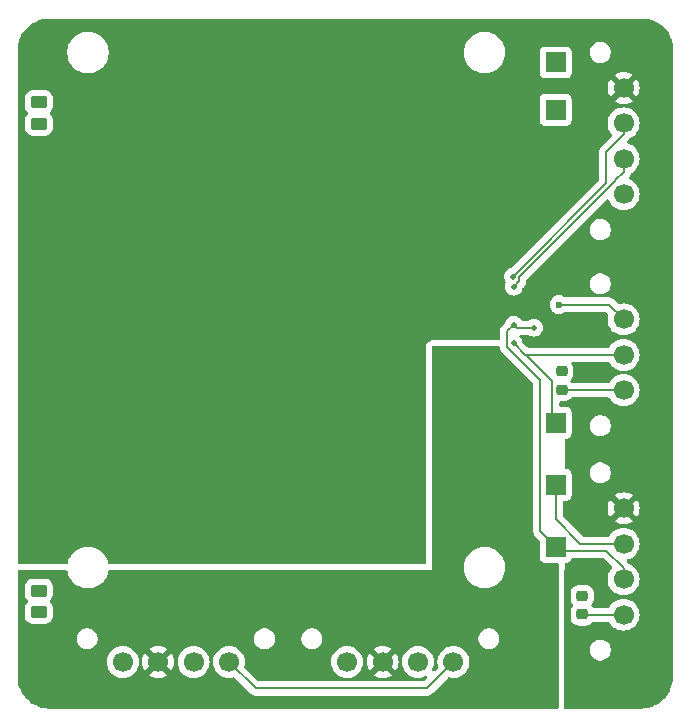
<source format=gbl>
%TF.GenerationSoftware,KiCad,Pcbnew,8.0.5*%
%TF.CreationDate,2024-10-30T11:13:14-05:00*%
%TF.ProjectId,DataAcq-EnvironmentBoard,44617461-4163-4712-9d45-6e7669726f6e,rev?*%
%TF.SameCoordinates,Original*%
%TF.FileFunction,Copper,L2,Bot*%
%TF.FilePolarity,Positive*%
%FSLAX46Y46*%
G04 Gerber Fmt 4.6, Leading zero omitted, Abs format (unit mm)*
G04 Created by KiCad (PCBNEW 8.0.5) date 2024-10-30 11:13:14*
%MOMM*%
%LPD*%
G01*
G04 APERTURE LIST*
G04 Aperture macros list*
%AMRoundRect*
0 Rectangle with rounded corners*
0 $1 Rounding radius*
0 $2 $3 $4 $5 $6 $7 $8 $9 X,Y pos of 4 corners*
0 Add a 4 corners polygon primitive as box body*
4,1,4,$2,$3,$4,$5,$6,$7,$8,$9,$2,$3,0*
0 Add four circle primitives for the rounded corners*
1,1,$1+$1,$2,$3*
1,1,$1+$1,$4,$5*
1,1,$1+$1,$6,$7*
1,1,$1+$1,$8,$9*
0 Add four rect primitives between the rounded corners*
20,1,$1+$1,$2,$3,$4,$5,0*
20,1,$1+$1,$4,$5,$6,$7,0*
20,1,$1+$1,$6,$7,$8,$9,0*
20,1,$1+$1,$8,$9,$2,$3,0*%
G04 Aperture macros list end*
%TA.AperFunction,ComponentPad*%
%ADD10C,1.700000*%
%TD*%
%TA.AperFunction,ComponentPad*%
%ADD11R,1.700000X1.700000*%
%TD*%
%TA.AperFunction,SMDPad,CuDef*%
%ADD12RoundRect,0.250000X-0.450000X0.262500X-0.450000X-0.262500X0.450000X-0.262500X0.450000X0.262500X0*%
%TD*%
%TA.AperFunction,SMDPad,CuDef*%
%ADD13RoundRect,0.218750X-0.256250X0.218750X-0.256250X-0.218750X0.256250X-0.218750X0.256250X0.218750X0*%
%TD*%
%TA.AperFunction,ViaPad*%
%ADD14C,0.600000*%
%TD*%
%TA.AperFunction,ViaPad*%
%ADD15C,0.500000*%
%TD*%
%TA.AperFunction,Conductor*%
%ADD16C,0.200000*%
%TD*%
G04 APERTURE END LIST*
D10*
%TO.P,J1,1,Pin_1*%
%TO.N,Net-(J1-Pin_1)*%
X191250000Y-86400000D03*
%TO.P,J1,2,Pin_2*%
%TO.N,/I2C2_SCL*%
X191250000Y-83400000D03*
%TO.P,J1,3,Pin_3*%
%TO.N,/I2C2_SDA*%
X191250000Y-80400000D03*
%TO.P,J1,4,Pin_4*%
%TO.N,GND*%
X191250000Y-77400000D03*
%TD*%
D11*
%TO.P,TP3,1,1*%
%TO.N,/PA1(ADC)*%
X185500000Y-105750000D03*
%TD*%
%TO.P,TP8,1,1*%
%TO.N,/I2C2_SDA*%
X185500000Y-75250000D03*
%TD*%
%TO.P,TP9,1,1*%
%TO.N,/I2C2_SCL*%
X185500000Y-79250000D03*
%TD*%
D10*
%TO.P,J4,1,Pin_1*%
%TO.N,Net-(J4-Pin_1)*%
X191250000Y-122000000D03*
%TO.P,J4,2,Pin_2*%
%TO.N,/I2C1_SDA*%
X191250000Y-119000000D03*
%TO.P,J4,3,Pin_3*%
%TO.N,/I2C1_SCL*%
X191250000Y-116000000D03*
%TO.P,J4,4,Pin_4*%
%TO.N,GND*%
X191250000Y-113000000D03*
%TD*%
D11*
%TO.P,TP6,1,1*%
%TO.N,/I2C1_SDA*%
X185500000Y-116250000D03*
%TD*%
%TO.P,TP7,1,1*%
%TO.N,/I2C1_SCL*%
X185500000Y-111000000D03*
%TD*%
D10*
%TO.P,J5,1,Pin_1*%
%TO.N,Net-(J5-Pin_1)*%
X191250000Y-103000000D03*
%TO.P,J5,2,Pin_2*%
%TO.N,/PA1(ADC)*%
X191250000Y-100000000D03*
%TO.P,J5,3,Pin_3*%
%TO.N,GNDA*%
X191250000Y-97000000D03*
%TD*%
%TO.P,J2,1,12V*%
%TO.N,+12V_In*%
X167850000Y-126000000D03*
%TO.P,J2,2,GNDPWR*%
%TO.N,GNDPWR*%
X170850000Y-126000000D03*
%TO.P,J2,3,CAN_H*%
%TO.N,/CAN_H*%
X173850000Y-126000000D03*
%TO.P,J2,4,CAN_L*%
%TO.N,/CAN_L*%
X176850000Y-126000000D03*
%TD*%
%TO.P,J3,1,12V*%
%TO.N,+12V_In*%
X148850000Y-126000000D03*
%TO.P,J3,2,GNDPWR*%
%TO.N,GNDPWR*%
X151850000Y-126000000D03*
%TO.P,J3,3,CAN_H*%
%TO.N,/CAN_H*%
X154850000Y-126000000D03*
%TO.P,J3,4,CAN_L*%
%TO.N,/CAN_L*%
X157850000Y-126000000D03*
%TD*%
D12*
%TO.P,R2,1*%
%TO.N,+12V_In*%
X141750000Y-119963870D03*
%TO.P,R2,2*%
%TO.N,Net-(D1-A)*%
X141750000Y-121788870D03*
%TD*%
%TO.P,R3,1*%
%TO.N,+3.3V*%
X141750000Y-78611370D03*
%TO.P,R3,2*%
%TO.N,Net-(D2-A)*%
X141750000Y-80436370D03*
%TD*%
D13*
%TO.P,F3,1*%
%TO.N,VDDA*%
X186000000Y-101412500D03*
%TO.P,F3,2*%
%TO.N,Net-(J5-Pin_1)*%
X186000000Y-102987500D03*
%TD*%
%TO.P,F1,1*%
%TO.N,+3.3V*%
X187750000Y-120412500D03*
%TO.P,F1,2*%
%TO.N,Net-(J4-Pin_1)*%
X187750000Y-121987500D03*
%TD*%
D14*
%TO.N,+3.3V*%
X141750000Y-78611370D03*
X187750000Y-120412500D03*
D15*
%TO.N,/I2C1_SDA*%
X181937260Y-97437260D03*
X183687260Y-97700000D03*
D14*
%TO.N,GND*%
X186500000Y-97750000D03*
X142600000Y-108850000D03*
X186500000Y-93250000D03*
X185000000Y-92200000D03*
X176000000Y-96000000D03*
X141750000Y-84187500D03*
X186500000Y-94500000D03*
D15*
%TO.N,/I2C2_SCL*%
X181937260Y-94237260D03*
%TO.N,/I2C2_SDA*%
X181872918Y-93372918D03*
D14*
%TO.N,VDDA*%
X186000000Y-101412500D03*
%TO.N,GNDA*%
X185800000Y-95750000D03*
%TO.N,GNDPWR*%
X141750000Y-125500000D03*
X181600000Y-102000000D03*
X183600000Y-122250000D03*
D15*
%TO.N,/PA1(ADC)*%
X181937260Y-99037260D03*
D14*
%TO.N,+12V_In*%
X141750000Y-119963870D03*
%TO.N,Net-(D1-A)*%
X141750000Y-121812500D03*
%TO.N,Net-(D2-A)*%
X141750000Y-80562500D03*
%TD*%
D16*
%TO.N,/I2C1_SCL*%
X185500000Y-113900000D02*
X185500000Y-111000000D01*
X187600000Y-116000000D02*
X185500000Y-113900000D01*
X191250000Y-116000000D02*
X187600000Y-116000000D01*
%TO.N,/I2C1_SDA*%
X181387260Y-99326169D02*
X181387260Y-97987260D01*
X191250000Y-118050000D02*
X189800000Y-116600000D01*
X183687260Y-97700000D02*
X182200000Y-97700000D01*
X185850000Y-116600000D02*
X185500000Y-116250000D01*
X184200000Y-102138909D02*
X181387260Y-99326169D01*
X184200000Y-114950000D02*
X184200000Y-102138909D01*
X182200000Y-97700000D02*
X181937260Y-97437260D01*
X181387260Y-97987260D02*
X181937260Y-97437260D01*
X185500000Y-116250000D02*
X184200000Y-114950000D01*
X191250000Y-119000000D02*
X191250000Y-118050000D01*
X189800000Y-116600000D02*
X185850000Y-116600000D01*
%TO.N,/I2C2_SCL*%
X182422918Y-93388604D02*
X182422918Y-93751602D01*
X182422918Y-93751602D02*
X181937260Y-94237260D01*
X190561522Y-85250000D02*
X182422918Y-93388604D01*
X190561522Y-85238478D02*
X190561522Y-85250000D01*
X191250000Y-83400000D02*
X191250000Y-84550000D01*
X191250000Y-84550000D02*
X190561522Y-85238478D01*
%TO.N,/I2C2_SDA*%
X181872918Y-93372918D02*
X189800000Y-85445836D01*
X191250000Y-81350000D02*
X191250000Y-80400000D01*
X189800000Y-85445836D02*
X189800000Y-82800000D01*
X189800000Y-82800000D02*
X191250000Y-81350000D01*
%TO.N,GNDA*%
X185800000Y-95750000D02*
X190000000Y-95750000D01*
X190000000Y-95750000D02*
X191250000Y-97000000D01*
%TO.N,/PA1(ADC)*%
X182900000Y-100000000D02*
X191250000Y-100000000D01*
X183000000Y-100000000D02*
X182900000Y-100000000D01*
X185225000Y-102225000D02*
X183000000Y-100000000D01*
X181937260Y-99037260D02*
X182900000Y-100000000D01*
X185500000Y-105750000D02*
X185225000Y-105475000D01*
X185225000Y-105475000D02*
X185225000Y-102225000D01*
%TO.N,/CAN_L*%
X174600000Y-128250000D02*
X160100000Y-128250000D01*
X176850000Y-126000000D02*
X174600000Y-128250000D01*
X160100000Y-128250000D02*
X157850000Y-126000000D01*
%TO.N,Net-(J4-Pin_1)*%
X187762500Y-122000000D02*
X187750000Y-121987500D01*
X191250000Y-122000000D02*
X187762500Y-122000000D01*
%TO.N,Net-(J5-Pin_1)*%
X186012500Y-103000000D02*
X191250000Y-103000000D01*
X186000000Y-102987500D02*
X186012500Y-103000000D01*
%TD*%
%TA.AperFunction,Conductor*%
%TO.N,GND*%
G36*
X190075965Y-118322169D02*
G01*
X190075964Y-118322171D01*
X189976098Y-118536335D01*
X189976094Y-118536344D01*
X189914938Y-118764586D01*
X189914936Y-118764596D01*
X189894341Y-118999999D01*
X189894341Y-119000000D01*
X189914936Y-119235403D01*
X189914938Y-119235413D01*
X189976094Y-119463655D01*
X189976096Y-119463659D01*
X189976097Y-119463663D01*
X190010505Y-119537450D01*
X190075965Y-119677830D01*
X190075967Y-119677834D01*
X190122724Y-119744609D01*
X190211505Y-119871401D01*
X190378599Y-120038495D01*
X190391197Y-120047316D01*
X190572165Y-120174032D01*
X190572167Y-120174033D01*
X190572170Y-120174035D01*
X190786337Y-120273903D01*
X191014592Y-120335063D01*
X191202918Y-120351539D01*
X191249999Y-120355659D01*
X191250000Y-120355659D01*
X191250001Y-120355659D01*
X191289234Y-120352226D01*
X191485408Y-120335063D01*
X191713663Y-120273903D01*
X191927830Y-120174035D01*
X192121401Y-120038495D01*
X192288495Y-119871401D01*
X192424035Y-119677830D01*
X192523903Y-119463663D01*
X192585063Y-119235408D01*
X192605659Y-119000000D01*
X192585063Y-118764592D01*
X192523903Y-118536337D01*
X192424035Y-118322171D01*
X192373501Y-118250000D01*
X195449500Y-118250000D01*
X195449500Y-127246519D01*
X195449305Y-127253472D01*
X195432916Y-127545296D01*
X195431359Y-127559114D01*
X195382984Y-127843827D01*
X195379890Y-127857384D01*
X195299939Y-128134899D01*
X195295346Y-128148024D01*
X195184830Y-128414834D01*
X195178797Y-128427362D01*
X195039100Y-128680125D01*
X195031702Y-128691899D01*
X194864584Y-128927430D01*
X194855914Y-128938302D01*
X194663475Y-129153642D01*
X194653642Y-129163475D01*
X194438302Y-129355914D01*
X194427430Y-129364584D01*
X194191899Y-129531702D01*
X194180125Y-129539100D01*
X193927362Y-129678797D01*
X193914834Y-129684830D01*
X193648024Y-129795346D01*
X193634899Y-129799939D01*
X193357384Y-129879890D01*
X193343827Y-129882984D01*
X193059114Y-129931359D01*
X193045296Y-129932916D01*
X192753472Y-129949305D01*
X192746519Y-129949500D01*
X186250000Y-129949500D01*
X186250000Y-124912387D01*
X188400500Y-124912387D01*
X188400500Y-125087612D01*
X188434681Y-125259450D01*
X188434684Y-125259462D01*
X188501731Y-125421329D01*
X188501738Y-125421342D01*
X188599079Y-125567022D01*
X188599082Y-125567026D01*
X188722973Y-125690917D01*
X188722977Y-125690920D01*
X188868657Y-125788261D01*
X188868670Y-125788268D01*
X189030537Y-125855315D01*
X189030542Y-125855317D01*
X189202387Y-125889499D01*
X189202391Y-125889500D01*
X189202392Y-125889500D01*
X189377609Y-125889500D01*
X189377610Y-125889499D01*
X189549458Y-125855317D01*
X189711336Y-125788265D01*
X189857023Y-125690920D01*
X189980920Y-125567023D01*
X190078265Y-125421336D01*
X190145317Y-125259458D01*
X190179500Y-125087608D01*
X190179500Y-124912392D01*
X190145317Y-124740542D01*
X190145315Y-124740537D01*
X190078268Y-124578670D01*
X190078261Y-124578657D01*
X189980920Y-124432977D01*
X189980917Y-124432973D01*
X189857026Y-124309082D01*
X189857022Y-124309079D01*
X189711342Y-124211738D01*
X189711329Y-124211731D01*
X189549462Y-124144684D01*
X189549450Y-124144681D01*
X189377612Y-124110500D01*
X189377608Y-124110500D01*
X189202392Y-124110500D01*
X189202387Y-124110500D01*
X189030549Y-124144681D01*
X189030537Y-124144684D01*
X188868670Y-124211731D01*
X188868657Y-124211738D01*
X188722977Y-124309079D01*
X188722973Y-124309082D01*
X188599082Y-124432973D01*
X188599079Y-124432977D01*
X188501738Y-124578657D01*
X188501731Y-124578670D01*
X188434684Y-124740537D01*
X188434681Y-124740549D01*
X188400500Y-124912387D01*
X186250000Y-124912387D01*
X186250000Y-120145818D01*
X186774500Y-120145818D01*
X186774500Y-120679181D01*
X186784563Y-120777683D01*
X186837450Y-120937284D01*
X186837455Y-120937295D01*
X186925716Y-121080387D01*
X186925719Y-121080391D01*
X186957647Y-121112319D01*
X186991132Y-121173642D01*
X186986148Y-121243334D01*
X186957647Y-121287681D01*
X186925719Y-121319608D01*
X186925716Y-121319612D01*
X186837455Y-121462704D01*
X186837451Y-121462713D01*
X186784564Y-121622315D01*
X186784564Y-121622316D01*
X186784563Y-121622316D01*
X186774500Y-121720818D01*
X186774500Y-122254181D01*
X186784563Y-122352683D01*
X186837450Y-122512284D01*
X186837455Y-122512295D01*
X186925716Y-122655387D01*
X186925719Y-122655391D01*
X187044608Y-122774280D01*
X187044612Y-122774283D01*
X187187704Y-122862544D01*
X187187707Y-122862545D01*
X187187713Y-122862549D01*
X187347315Y-122915436D01*
X187445826Y-122925500D01*
X187445831Y-122925500D01*
X188054169Y-122925500D01*
X188054174Y-122925500D01*
X188152685Y-122915436D01*
X188312287Y-122862549D01*
X188455391Y-122774281D01*
X188574281Y-122655391D01*
X188574284Y-122655385D01*
X188578762Y-122649724D01*
X188580786Y-122651324D01*
X188623759Y-122612676D01*
X188677345Y-122600500D01*
X189960909Y-122600500D01*
X190027948Y-122620185D01*
X190073292Y-122672097D01*
X190075965Y-122677830D01*
X190211505Y-122871401D01*
X190378599Y-123038495D01*
X190475384Y-123106265D01*
X190572165Y-123174032D01*
X190572167Y-123174033D01*
X190572170Y-123174035D01*
X190786337Y-123273903D01*
X191014592Y-123335063D01*
X191202918Y-123351539D01*
X191249999Y-123355659D01*
X191250000Y-123355659D01*
X191250001Y-123355659D01*
X191289234Y-123352226D01*
X191485408Y-123335063D01*
X191713663Y-123273903D01*
X191927830Y-123174035D01*
X192121401Y-123038495D01*
X192288495Y-122871401D01*
X192424035Y-122677830D01*
X192523903Y-122463663D01*
X192585063Y-122235408D01*
X192605659Y-122000000D01*
X192585063Y-121764592D01*
X192523903Y-121536337D01*
X192424035Y-121322171D01*
X192424034Y-121322169D01*
X192288494Y-121128597D01*
X192121402Y-120961506D01*
X192121395Y-120961501D01*
X191927834Y-120825967D01*
X191927830Y-120825965D01*
X191927828Y-120825964D01*
X191713663Y-120726097D01*
X191713659Y-120726096D01*
X191713655Y-120726094D01*
X191485413Y-120664938D01*
X191485403Y-120664936D01*
X191250001Y-120644341D01*
X191249999Y-120644341D01*
X191014596Y-120664936D01*
X191014586Y-120664938D01*
X190786344Y-120726094D01*
X190786335Y-120726098D01*
X190572171Y-120825964D01*
X190572169Y-120825965D01*
X190378597Y-120961505D01*
X190211506Y-121128596D01*
X190075965Y-121322170D01*
X190075962Y-121322175D01*
X190073289Y-121327909D01*
X190027115Y-121380346D01*
X189960909Y-121399500D01*
X188692765Y-121399500D01*
X188625726Y-121379815D01*
X188587227Y-121340598D01*
X188574281Y-121319609D01*
X188542353Y-121287681D01*
X188508868Y-121226358D01*
X188513852Y-121156666D01*
X188542353Y-121112319D01*
X188574281Y-121080391D01*
X188662549Y-120937287D01*
X188715436Y-120777685D01*
X188725500Y-120679174D01*
X188725500Y-120145826D01*
X188715436Y-120047315D01*
X188662549Y-119887713D01*
X188662545Y-119887707D01*
X188662544Y-119887704D01*
X188574283Y-119744612D01*
X188574280Y-119744608D01*
X188455391Y-119625719D01*
X188455387Y-119625716D01*
X188312295Y-119537455D01*
X188312289Y-119537452D01*
X188312287Y-119537451D01*
X188152685Y-119484564D01*
X188152683Y-119484563D01*
X188054181Y-119474500D01*
X188054174Y-119474500D01*
X187445826Y-119474500D01*
X187445818Y-119474500D01*
X187347316Y-119484563D01*
X187347315Y-119484564D01*
X187268219Y-119510773D01*
X187187715Y-119537450D01*
X187187704Y-119537455D01*
X187044612Y-119625716D01*
X187044608Y-119625719D01*
X186925719Y-119744608D01*
X186925716Y-119744612D01*
X186837455Y-119887704D01*
X186837451Y-119887713D01*
X186784564Y-120047315D01*
X186784564Y-120047316D01*
X186784563Y-120047316D01*
X186774500Y-120145818D01*
X186250000Y-120145818D01*
X186250000Y-118250000D01*
X190126499Y-118250000D01*
X190075965Y-118322169D01*
G37*
%TD.AperFunction*%
%TD*%
%TA.AperFunction,Conductor*%
%TO.N,GND*%
G36*
X189566942Y-117220185D02*
G01*
X189587584Y-117236819D01*
X190257752Y-117906987D01*
X190291237Y-117968310D01*
X190286253Y-118038002D01*
X190257754Y-118082347D01*
X190211506Y-118128596D01*
X190126498Y-118250000D01*
X186255500Y-118250000D01*
X186255500Y-117724499D01*
X186275185Y-117657460D01*
X186327989Y-117611705D01*
X186379500Y-117600499D01*
X186397871Y-117600499D01*
X186397872Y-117600499D01*
X186457483Y-117594091D01*
X186592331Y-117543796D01*
X186707546Y-117457546D01*
X186793796Y-117342331D01*
X186801621Y-117321350D01*
X186816609Y-117281167D01*
X186858480Y-117225233D01*
X186923944Y-117200816D01*
X186932791Y-117200500D01*
X189499903Y-117200500D01*
X189566942Y-117220185D01*
G37*
%TD.AperFunction*%
%TA.AperFunction,Conductor*%
G36*
X142648193Y-71550526D02*
G01*
X142691347Y-71551423D01*
X142691348Y-71551422D01*
X142692631Y-71551449D01*
X142706541Y-71550500D01*
X192692948Y-71550500D01*
X192707241Y-71551326D01*
X192714933Y-71552218D01*
X192714935Y-71552219D01*
X192714936Y-71552218D01*
X192714937Y-71552219D01*
X192753670Y-71550607D01*
X192758826Y-71550500D01*
X192776203Y-71550500D01*
X192778372Y-71550518D01*
X193060000Y-71555447D01*
X193074575Y-71556566D01*
X193362147Y-71595812D01*
X193376483Y-71598639D01*
X193657410Y-71671502D01*
X193671336Y-71676007D01*
X193700483Y-71687376D01*
X193941727Y-71781477D01*
X193955005Y-71787582D01*
X194211077Y-71924185D01*
X194223558Y-71931823D01*
X194461741Y-72097652D01*
X194473232Y-72106705D01*
X194561719Y-72185311D01*
X194690201Y-72299446D01*
X194700553Y-72309798D01*
X194832453Y-72458278D01*
X194891200Y-72524410D01*
X194893290Y-72526762D01*
X194902351Y-72538263D01*
X195068176Y-72776441D01*
X195075816Y-72788927D01*
X195212413Y-73044986D01*
X195218526Y-73058281D01*
X195323992Y-73328663D01*
X195328497Y-73342592D01*
X195372047Y-73510500D01*
X195401056Y-73622345D01*
X195401356Y-73623499D01*
X195404189Y-73637864D01*
X195443432Y-73925413D01*
X195444552Y-73940010D01*
X195449481Y-74221627D01*
X195449500Y-74223797D01*
X195449500Y-74241173D01*
X195449393Y-74246329D01*
X195447780Y-74285067D01*
X195448673Y-74292757D01*
X195449500Y-74307051D01*
X195449500Y-118250000D01*
X192373501Y-118250000D01*
X192288495Y-118128599D01*
X192288494Y-118128597D01*
X192121402Y-117961506D01*
X192121395Y-117961501D01*
X191927831Y-117825965D01*
X191927829Y-117825964D01*
X191807567Y-117769885D01*
X191755128Y-117723713D01*
X191752584Y-117719501D01*
X191730522Y-117681287D01*
X191730518Y-117681282D01*
X191557534Y-117508298D01*
X191524049Y-117446975D01*
X191529033Y-117377283D01*
X191570905Y-117321350D01*
X191613121Y-117300842D01*
X191660400Y-117288174D01*
X191713653Y-117273906D01*
X191713654Y-117273905D01*
X191713663Y-117273903D01*
X191927830Y-117174035D01*
X192121401Y-117038495D01*
X192288495Y-116871401D01*
X192424035Y-116677830D01*
X192523903Y-116463663D01*
X192585063Y-116235408D01*
X192605659Y-116000000D01*
X192585063Y-115764592D01*
X192523903Y-115536337D01*
X192424035Y-115322171D01*
X192424034Y-115322169D01*
X192288494Y-115128597D01*
X192121402Y-114961506D01*
X192121395Y-114961501D01*
X191927834Y-114825967D01*
X191927830Y-114825965D01*
X191927828Y-114825964D01*
X191713663Y-114726097D01*
X191713659Y-114726096D01*
X191713655Y-114726094D01*
X191485413Y-114664938D01*
X191485403Y-114664936D01*
X191250001Y-114644341D01*
X191249999Y-114644341D01*
X191014596Y-114664936D01*
X191014586Y-114664938D01*
X190786344Y-114726094D01*
X190786335Y-114726098D01*
X190572171Y-114825964D01*
X190572169Y-114825965D01*
X190378597Y-114961505D01*
X190211506Y-115128596D01*
X190075965Y-115322170D01*
X190075962Y-115322175D01*
X190073289Y-115327909D01*
X190027115Y-115380346D01*
X189960909Y-115399500D01*
X187900097Y-115399500D01*
X187833058Y-115379815D01*
X187812416Y-115363181D01*
X186136819Y-113687584D01*
X186103334Y-113626261D01*
X186100500Y-113599903D01*
X186100500Y-112999998D01*
X189894843Y-112999998D01*
X189894843Y-113000001D01*
X189915430Y-113235315D01*
X189915432Y-113235326D01*
X189976566Y-113463483D01*
X189976570Y-113463492D01*
X190076400Y-113677579D01*
X190076402Y-113677583D01*
X190135072Y-113761373D01*
X190135073Y-113761373D01*
X190758871Y-113137574D01*
X190774755Y-113196853D01*
X190841898Y-113313147D01*
X190936853Y-113408102D01*
X191053147Y-113475245D01*
X191112424Y-113491128D01*
X190488625Y-114114925D01*
X190572421Y-114173599D01*
X190786507Y-114273429D01*
X190786516Y-114273433D01*
X191014673Y-114334567D01*
X191014684Y-114334569D01*
X191249998Y-114355157D01*
X191250002Y-114355157D01*
X191485315Y-114334569D01*
X191485326Y-114334567D01*
X191713483Y-114273433D01*
X191713492Y-114273429D01*
X191927578Y-114173600D01*
X191927582Y-114173598D01*
X192011373Y-114114926D01*
X192011373Y-114114925D01*
X191387575Y-113491128D01*
X191446853Y-113475245D01*
X191563147Y-113408102D01*
X191658102Y-113313147D01*
X191725245Y-113196853D01*
X191741127Y-113137575D01*
X192364925Y-113761373D01*
X192364926Y-113761373D01*
X192423598Y-113677582D01*
X192423600Y-113677578D01*
X192523429Y-113463492D01*
X192523433Y-113463483D01*
X192584567Y-113235326D01*
X192584569Y-113235315D01*
X192605157Y-113000001D01*
X192605157Y-112999998D01*
X192584569Y-112764684D01*
X192584567Y-112764673D01*
X192523433Y-112536516D01*
X192523429Y-112536507D01*
X192423600Y-112322423D01*
X192423599Y-112322421D01*
X192364925Y-112238626D01*
X192364925Y-112238625D01*
X191741127Y-112862423D01*
X191725245Y-112803147D01*
X191658102Y-112686853D01*
X191563147Y-112591898D01*
X191446853Y-112524755D01*
X191387575Y-112508871D01*
X192011373Y-111885073D01*
X192011373Y-111885072D01*
X191927583Y-111826402D01*
X191927579Y-111826400D01*
X191713492Y-111726570D01*
X191713483Y-111726566D01*
X191485326Y-111665432D01*
X191485315Y-111665430D01*
X191250002Y-111644843D01*
X191249998Y-111644843D01*
X191014684Y-111665430D01*
X191014673Y-111665432D01*
X190786516Y-111726566D01*
X190786507Y-111726570D01*
X190572419Y-111826401D01*
X190488625Y-111885072D01*
X191112424Y-112508871D01*
X191053147Y-112524755D01*
X190936853Y-112591898D01*
X190841898Y-112686853D01*
X190774755Y-112803147D01*
X190758871Y-112862424D01*
X190135072Y-112238625D01*
X190076401Y-112322419D01*
X189976570Y-112536507D01*
X189976566Y-112536516D01*
X189915432Y-112764673D01*
X189915430Y-112764684D01*
X189894843Y-112999998D01*
X186100500Y-112999998D01*
X186100500Y-112474499D01*
X186120185Y-112407460D01*
X186172989Y-112361705D01*
X186224500Y-112350499D01*
X186397871Y-112350499D01*
X186397872Y-112350499D01*
X186457483Y-112344091D01*
X186592331Y-112293796D01*
X186707546Y-112207546D01*
X186793796Y-112092331D01*
X186844091Y-111957483D01*
X186850500Y-111897873D01*
X186850499Y-110102128D01*
X186844091Y-110042517D01*
X186795556Y-109912387D01*
X188400500Y-109912387D01*
X188400500Y-110087612D01*
X188434681Y-110259450D01*
X188434684Y-110259462D01*
X188501731Y-110421329D01*
X188501738Y-110421342D01*
X188599079Y-110567022D01*
X188599082Y-110567026D01*
X188722973Y-110690917D01*
X188722977Y-110690920D01*
X188868657Y-110788261D01*
X188868670Y-110788268D01*
X189030537Y-110855315D01*
X189030542Y-110855317D01*
X189202387Y-110889499D01*
X189202391Y-110889500D01*
X189202392Y-110889500D01*
X189377609Y-110889500D01*
X189377610Y-110889499D01*
X189549458Y-110855317D01*
X189711336Y-110788265D01*
X189857023Y-110690920D01*
X189980920Y-110567023D01*
X190078265Y-110421336D01*
X190145317Y-110259458D01*
X190179500Y-110087608D01*
X190179500Y-109912392D01*
X190145317Y-109740542D01*
X190110261Y-109655909D01*
X190078268Y-109578670D01*
X190078261Y-109578657D01*
X189980920Y-109432977D01*
X189980917Y-109432973D01*
X189857026Y-109309082D01*
X189857022Y-109309079D01*
X189711342Y-109211738D01*
X189711329Y-109211731D01*
X189549462Y-109144684D01*
X189549450Y-109144681D01*
X189377612Y-109110500D01*
X189377608Y-109110500D01*
X189202392Y-109110500D01*
X189202387Y-109110500D01*
X189030549Y-109144681D01*
X189030537Y-109144684D01*
X188868670Y-109211731D01*
X188868657Y-109211738D01*
X188722977Y-109309079D01*
X188722973Y-109309082D01*
X188599082Y-109432973D01*
X188599079Y-109432977D01*
X188501738Y-109578657D01*
X188501731Y-109578670D01*
X188434684Y-109740537D01*
X188434681Y-109740549D01*
X188400500Y-109912387D01*
X186795556Y-109912387D01*
X186793796Y-109907669D01*
X186793795Y-109907668D01*
X186793793Y-109907664D01*
X186707547Y-109792455D01*
X186707544Y-109792452D01*
X186592335Y-109706206D01*
X186592328Y-109706202D01*
X186457482Y-109655908D01*
X186457483Y-109655908D01*
X186397883Y-109649501D01*
X186397881Y-109649500D01*
X186397873Y-109649500D01*
X186397865Y-109649500D01*
X186379500Y-109649500D01*
X186312461Y-109629815D01*
X186266706Y-109577011D01*
X186255500Y-109525500D01*
X186255500Y-107224499D01*
X186275185Y-107157460D01*
X186327989Y-107111705D01*
X186379500Y-107100499D01*
X186397871Y-107100499D01*
X186397872Y-107100499D01*
X186457483Y-107094091D01*
X186592331Y-107043796D01*
X186707546Y-106957546D01*
X186793796Y-106842331D01*
X186844091Y-106707483D01*
X186850500Y-106647873D01*
X186850500Y-105912387D01*
X188400500Y-105912387D01*
X188400500Y-106087612D01*
X188434681Y-106259450D01*
X188434684Y-106259462D01*
X188501731Y-106421329D01*
X188501738Y-106421342D01*
X188599079Y-106567022D01*
X188599082Y-106567026D01*
X188722973Y-106690917D01*
X188722977Y-106690920D01*
X188868657Y-106788261D01*
X188868670Y-106788268D01*
X189030537Y-106855315D01*
X189030542Y-106855317D01*
X189202387Y-106889499D01*
X189202391Y-106889500D01*
X189202392Y-106889500D01*
X189377609Y-106889500D01*
X189377610Y-106889499D01*
X189549458Y-106855317D01*
X189711336Y-106788265D01*
X189857023Y-106690920D01*
X189980920Y-106567023D01*
X190078265Y-106421336D01*
X190145317Y-106259458D01*
X190179500Y-106087608D01*
X190179500Y-105912392D01*
X190145317Y-105740542D01*
X190145315Y-105740537D01*
X190078268Y-105578670D01*
X190078261Y-105578657D01*
X189980920Y-105432977D01*
X189980917Y-105432973D01*
X189857026Y-105309082D01*
X189857022Y-105309079D01*
X189711342Y-105211738D01*
X189711329Y-105211731D01*
X189549462Y-105144684D01*
X189549450Y-105144681D01*
X189377612Y-105110500D01*
X189377608Y-105110500D01*
X189202392Y-105110500D01*
X189202387Y-105110500D01*
X189030549Y-105144681D01*
X189030537Y-105144684D01*
X188868670Y-105211731D01*
X188868657Y-105211738D01*
X188722977Y-105309079D01*
X188722973Y-105309082D01*
X188599082Y-105432973D01*
X188599079Y-105432977D01*
X188501738Y-105578657D01*
X188501731Y-105578670D01*
X188434684Y-105740537D01*
X188434681Y-105740549D01*
X188400500Y-105912387D01*
X186850500Y-105912387D01*
X186850499Y-104852128D01*
X186844091Y-104792517D01*
X186793796Y-104657669D01*
X186793795Y-104657668D01*
X186793793Y-104657664D01*
X186707547Y-104542455D01*
X186707544Y-104542452D01*
X186592335Y-104456206D01*
X186592328Y-104456202D01*
X186457482Y-104405908D01*
X186457483Y-104405908D01*
X186397883Y-104399501D01*
X186397881Y-104399500D01*
X186397873Y-104399500D01*
X186397865Y-104399500D01*
X185949500Y-104399500D01*
X185882461Y-104379815D01*
X185836706Y-104327011D01*
X185825500Y-104275500D01*
X185825500Y-104049500D01*
X185845185Y-103982461D01*
X185897989Y-103936706D01*
X185949500Y-103925500D01*
X186304169Y-103925500D01*
X186304174Y-103925500D01*
X186402685Y-103915436D01*
X186562287Y-103862549D01*
X186705391Y-103774281D01*
X186824281Y-103655391D01*
X186824284Y-103655385D01*
X186828762Y-103649724D01*
X186830786Y-103651324D01*
X186873759Y-103612676D01*
X186927345Y-103600500D01*
X189960909Y-103600500D01*
X190027948Y-103620185D01*
X190073292Y-103672097D01*
X190075965Y-103677830D01*
X190211505Y-103871401D01*
X190378599Y-104038495D01*
X190394316Y-104049500D01*
X190572165Y-104174032D01*
X190572167Y-104174033D01*
X190572170Y-104174035D01*
X190786337Y-104273903D01*
X191014592Y-104335063D01*
X191202918Y-104351539D01*
X191249999Y-104355659D01*
X191250000Y-104355659D01*
X191250001Y-104355659D01*
X191289234Y-104352226D01*
X191485408Y-104335063D01*
X191713663Y-104273903D01*
X191927830Y-104174035D01*
X192121401Y-104038495D01*
X192288495Y-103871401D01*
X192424035Y-103677830D01*
X192523903Y-103463663D01*
X192585063Y-103235408D01*
X192605659Y-103000000D01*
X192585063Y-102764592D01*
X192523903Y-102536337D01*
X192424035Y-102322171D01*
X192424034Y-102322169D01*
X192288494Y-102128597D01*
X192121402Y-101961506D01*
X192121395Y-101961501D01*
X191927834Y-101825967D01*
X191927830Y-101825965D01*
X191927828Y-101825964D01*
X191713663Y-101726097D01*
X191713659Y-101726096D01*
X191713655Y-101726094D01*
X191485413Y-101664938D01*
X191485403Y-101664936D01*
X191250001Y-101644341D01*
X191249999Y-101644341D01*
X191014596Y-101664936D01*
X191014586Y-101664938D01*
X190786344Y-101726094D01*
X190786335Y-101726098D01*
X190572171Y-101825964D01*
X190572169Y-101825965D01*
X190378597Y-101961505D01*
X190211506Y-102128596D01*
X190075965Y-102322170D01*
X190075962Y-102322175D01*
X190073289Y-102327909D01*
X190027115Y-102380346D01*
X189960909Y-102399500D01*
X186942765Y-102399500D01*
X186875726Y-102379815D01*
X186837227Y-102340598D01*
X186824281Y-102319609D01*
X186792353Y-102287681D01*
X186758868Y-102226358D01*
X186763852Y-102156666D01*
X186792353Y-102112319D01*
X186824281Y-102080391D01*
X186912549Y-101937287D01*
X186965436Y-101777685D01*
X186975500Y-101679174D01*
X186975500Y-101145826D01*
X186965436Y-101047315D01*
X186912549Y-100887713D01*
X186852029Y-100789596D01*
X186833590Y-100722204D01*
X186854513Y-100655541D01*
X186908154Y-100610771D01*
X186957569Y-100600500D01*
X189960909Y-100600500D01*
X190027948Y-100620185D01*
X190073292Y-100672097D01*
X190075965Y-100677830D01*
X190211505Y-100871401D01*
X190378599Y-101038495D01*
X190391197Y-101047316D01*
X190572165Y-101174032D01*
X190572167Y-101174033D01*
X190572170Y-101174035D01*
X190786337Y-101273903D01*
X191014592Y-101335063D01*
X191202918Y-101351539D01*
X191249999Y-101355659D01*
X191250000Y-101355659D01*
X191250001Y-101355659D01*
X191289234Y-101352226D01*
X191485408Y-101335063D01*
X191713663Y-101273903D01*
X191927830Y-101174035D01*
X192121401Y-101038495D01*
X192288495Y-100871401D01*
X192424035Y-100677830D01*
X192523903Y-100463663D01*
X192585063Y-100235408D01*
X192605659Y-100000000D01*
X192585063Y-99764592D01*
X192523903Y-99536337D01*
X192424035Y-99322171D01*
X192424034Y-99322169D01*
X192288494Y-99128597D01*
X192121402Y-98961506D01*
X192121395Y-98961501D01*
X191927834Y-98825967D01*
X191927830Y-98825965D01*
X191875114Y-98801383D01*
X191713663Y-98726097D01*
X191713659Y-98726096D01*
X191713655Y-98726094D01*
X191485413Y-98664938D01*
X191485403Y-98664936D01*
X191250001Y-98644341D01*
X191249999Y-98644341D01*
X191014596Y-98664936D01*
X191014586Y-98664938D01*
X190786344Y-98726094D01*
X190786335Y-98726098D01*
X190572171Y-98825964D01*
X190572169Y-98825965D01*
X190378597Y-98961505D01*
X190211506Y-99128596D01*
X190075965Y-99322170D01*
X190075962Y-99322175D01*
X190073289Y-99327909D01*
X190027115Y-99380346D01*
X189960909Y-99399500D01*
X183200097Y-99399500D01*
X183133058Y-99379815D01*
X183112416Y-99363181D01*
X182711255Y-98962020D01*
X182677770Y-98900697D01*
X182675717Y-98888233D01*
X182673573Y-98869201D01*
X182617716Y-98709570D01*
X182617715Y-98709568D01*
X182617712Y-98709562D01*
X182527741Y-98566375D01*
X182527736Y-98566369D01*
X182473548Y-98512181D01*
X182440063Y-98450858D01*
X182445047Y-98381166D01*
X182486919Y-98325233D01*
X182552383Y-98300816D01*
X182561229Y-98300500D01*
X183196597Y-98300500D01*
X183262568Y-98319505D01*
X183359570Y-98380456D01*
X183480881Y-98422904D01*
X183519203Y-98436314D01*
X183687257Y-98455249D01*
X183687260Y-98455249D01*
X183687263Y-98455249D01*
X183855316Y-98436314D01*
X183855319Y-98436313D01*
X184014950Y-98380456D01*
X184014952Y-98380454D01*
X184014954Y-98380454D01*
X184014957Y-98380452D01*
X184158144Y-98290481D01*
X184158145Y-98290480D01*
X184158150Y-98290477D01*
X184277737Y-98170890D01*
X184277741Y-98170884D01*
X184367712Y-98027697D01*
X184367714Y-98027694D01*
X184367714Y-98027692D01*
X184367716Y-98027690D01*
X184423573Y-97868059D01*
X184423573Y-97868058D01*
X184423574Y-97868056D01*
X184442509Y-97700002D01*
X184442509Y-97699997D01*
X184423574Y-97531943D01*
X184367714Y-97372305D01*
X184367712Y-97372302D01*
X184277741Y-97229115D01*
X184277736Y-97229109D01*
X184158150Y-97109523D01*
X184158144Y-97109518D01*
X184014957Y-97019547D01*
X184014954Y-97019545D01*
X183855316Y-96963685D01*
X183687263Y-96944751D01*
X183687257Y-96944751D01*
X183519203Y-96963685D01*
X183359567Y-97019545D01*
X183273696Y-97073501D01*
X183263650Y-97079815D01*
X183262569Y-97080494D01*
X183196597Y-97099500D01*
X182679921Y-97099500D01*
X182612882Y-97079815D01*
X182574927Y-97041472D01*
X182527737Y-96966370D01*
X182408150Y-96846783D01*
X182408144Y-96846778D01*
X182264957Y-96756807D01*
X182264954Y-96756805D01*
X182105316Y-96700945D01*
X181937263Y-96682011D01*
X181937257Y-96682011D01*
X181769203Y-96700945D01*
X181609565Y-96756805D01*
X181609562Y-96756807D01*
X181466375Y-96846778D01*
X181466369Y-96846783D01*
X181346783Y-96966369D01*
X181346778Y-96966375D01*
X181256807Y-97109562D01*
X181256804Y-97109567D01*
X181200947Y-97269200D01*
X181200947Y-97269203D01*
X181198803Y-97288226D01*
X181171733Y-97352639D01*
X181163265Y-97362019D01*
X181018546Y-97506738D01*
X180906741Y-97618542D01*
X180906739Y-97618545D01*
X180877585Y-97669043D01*
X180877584Y-97669045D01*
X180827683Y-97755474D01*
X180827683Y-97755475D01*
X180786759Y-97908203D01*
X180786759Y-97908205D01*
X180786759Y-98076306D01*
X180786760Y-98076319D01*
X180786760Y-98620500D01*
X180767075Y-98687539D01*
X180714271Y-98733294D01*
X180662760Y-98744500D01*
X180662759Y-98744500D01*
X175124000Y-98744500D01*
X175123991Y-98744500D01*
X175123990Y-98744501D01*
X175016549Y-98756052D01*
X175016537Y-98756054D01*
X174965027Y-98767260D01*
X174862502Y-98801383D01*
X174862496Y-98801386D01*
X174741462Y-98879171D01*
X174741451Y-98879179D01*
X174688659Y-98924923D01*
X174594433Y-99033664D01*
X174594430Y-99033668D01*
X174534664Y-99164534D01*
X174514976Y-99231582D01*
X174494500Y-99374001D01*
X174494500Y-117620500D01*
X174474815Y-117687539D01*
X174422011Y-117733294D01*
X174370500Y-117744500D01*
X147743080Y-117744500D01*
X147676041Y-117724815D01*
X147630286Y-117672011D01*
X147623305Y-117652594D01*
X147607629Y-117594091D01*
X147564954Y-117434824D01*
X147476940Y-117222339D01*
X147475696Y-117220185D01*
X147361944Y-117023160D01*
X147221935Y-116840696D01*
X147221929Y-116840689D01*
X147059310Y-116678070D01*
X147059303Y-116678064D01*
X146876839Y-116538055D01*
X146677664Y-116423061D01*
X146677654Y-116423057D01*
X146465185Y-116335049D01*
X146465178Y-116335047D01*
X146465176Y-116335046D01*
X146243020Y-116275520D01*
X146243014Y-116275519D01*
X146243009Y-116275518D01*
X146015005Y-116245501D01*
X146015002Y-116245500D01*
X146014996Y-116245500D01*
X145785004Y-116245500D01*
X145784998Y-116245500D01*
X145784994Y-116245501D01*
X145556990Y-116275518D01*
X145556983Y-116275519D01*
X145556980Y-116275520D01*
X145334824Y-116335046D01*
X145334814Y-116335049D01*
X145122345Y-116423057D01*
X145122335Y-116423061D01*
X144923160Y-116538055D01*
X144740696Y-116678064D01*
X144740689Y-116678070D01*
X144578070Y-116840689D01*
X144578064Y-116840696D01*
X144438055Y-117023160D01*
X144323061Y-117222335D01*
X144323057Y-117222345D01*
X144235049Y-117434814D01*
X144235047Y-117434821D01*
X144235046Y-117434824D01*
X144176695Y-117652594D01*
X144140331Y-117712254D01*
X144077484Y-117742783D01*
X144056921Y-117744500D01*
X140074500Y-117744500D01*
X140007461Y-117724815D01*
X139961706Y-117672011D01*
X139950500Y-117620500D01*
X139950500Y-95749996D01*
X184994435Y-95749996D01*
X184994435Y-95750003D01*
X185014630Y-95929249D01*
X185014631Y-95929254D01*
X185074211Y-96099523D01*
X185092480Y-96128597D01*
X185170184Y-96252262D01*
X185297738Y-96379816D01*
X185450478Y-96475789D01*
X185566732Y-96516468D01*
X185620745Y-96535368D01*
X185620750Y-96535369D01*
X185799996Y-96555565D01*
X185800000Y-96555565D01*
X185800004Y-96555565D01*
X185979249Y-96535369D01*
X185979252Y-96535368D01*
X185979255Y-96535368D01*
X186149522Y-96475789D01*
X186302262Y-96379816D01*
X186302267Y-96379810D01*
X186305097Y-96377555D01*
X186307275Y-96376665D01*
X186308158Y-96376111D01*
X186308255Y-96376265D01*
X186369783Y-96351145D01*
X186382412Y-96350500D01*
X189699903Y-96350500D01*
X189766942Y-96370185D01*
X189787584Y-96386819D01*
X189917233Y-96516468D01*
X189950718Y-96577791D01*
X189949327Y-96636241D01*
X189914939Y-96764583D01*
X189914936Y-96764596D01*
X189894341Y-96999999D01*
X189894341Y-97000000D01*
X189914936Y-97235403D01*
X189914938Y-97235413D01*
X189976094Y-97463655D01*
X189976096Y-97463659D01*
X189976097Y-97463663D01*
X190048320Y-97618545D01*
X190075965Y-97677830D01*
X190075967Y-97677834D01*
X190184281Y-97832521D01*
X190211505Y-97871401D01*
X190378599Y-98038495D01*
X190475384Y-98106265D01*
X190572165Y-98174032D01*
X190572167Y-98174033D01*
X190572170Y-98174035D01*
X190786337Y-98273903D01*
X191014592Y-98335063D01*
X191202918Y-98351539D01*
X191249999Y-98355659D01*
X191250000Y-98355659D01*
X191250001Y-98355659D01*
X191289234Y-98352226D01*
X191485408Y-98335063D01*
X191713663Y-98273903D01*
X191927830Y-98174035D01*
X192121401Y-98038495D01*
X192288495Y-97871401D01*
X192424035Y-97677830D01*
X192523903Y-97463663D01*
X192585063Y-97235408D01*
X192605659Y-97000000D01*
X192585063Y-96764592D01*
X192523903Y-96536337D01*
X192424035Y-96322171D01*
X192375085Y-96252262D01*
X192288494Y-96128597D01*
X192121402Y-95961506D01*
X192121395Y-95961501D01*
X191927834Y-95825967D01*
X191927830Y-95825965D01*
X191764929Y-95750003D01*
X191713663Y-95726097D01*
X191713659Y-95726096D01*
X191713655Y-95726094D01*
X191485413Y-95664938D01*
X191485403Y-95664936D01*
X191250001Y-95644341D01*
X191249999Y-95644341D01*
X191014596Y-95664936D01*
X191014583Y-95664939D01*
X190886241Y-95699327D01*
X190816392Y-95697664D01*
X190766468Y-95667233D01*
X190487590Y-95388355D01*
X190487588Y-95388352D01*
X190368717Y-95269481D01*
X190368709Y-95269475D01*
X190266936Y-95210717D01*
X190266934Y-95210716D01*
X190231790Y-95190425D01*
X190231789Y-95190424D01*
X190219263Y-95187067D01*
X190079057Y-95149499D01*
X189920943Y-95149499D01*
X189913347Y-95149499D01*
X189913331Y-95149500D01*
X186382412Y-95149500D01*
X186315373Y-95129815D01*
X186305097Y-95122445D01*
X186302263Y-95120185D01*
X186302262Y-95120184D01*
X186245496Y-95084515D01*
X186149523Y-95024211D01*
X185979254Y-94964631D01*
X185979249Y-94964630D01*
X185800004Y-94944435D01*
X185799996Y-94944435D01*
X185620750Y-94964630D01*
X185620745Y-94964631D01*
X185450476Y-95024211D01*
X185297737Y-95120184D01*
X185170184Y-95247737D01*
X185074211Y-95400476D01*
X185014631Y-95570745D01*
X185014630Y-95570750D01*
X184994435Y-95749996D01*
X139950500Y-95749996D01*
X139950500Y-93372915D01*
X181117669Y-93372915D01*
X181117669Y-93372920D01*
X181136603Y-93540974D01*
X181192463Y-93700611D01*
X181249393Y-93791213D01*
X181268394Y-93858450D01*
X181258074Y-93902637D01*
X181259104Y-93902998D01*
X181256804Y-93909568D01*
X181256804Y-93909570D01*
X181255817Y-93912391D01*
X181200945Y-94069203D01*
X181182011Y-94237257D01*
X181182011Y-94237262D01*
X181200945Y-94405316D01*
X181256805Y-94564954D01*
X181256807Y-94564957D01*
X181346778Y-94708144D01*
X181346783Y-94708150D01*
X181466369Y-94827736D01*
X181466375Y-94827741D01*
X181609562Y-94917712D01*
X181609565Y-94917714D01*
X181609569Y-94917715D01*
X181609570Y-94917716D01*
X181682173Y-94943120D01*
X181769203Y-94973574D01*
X181937257Y-94992509D01*
X181937260Y-94992509D01*
X181937263Y-94992509D01*
X182105316Y-94973574D01*
X182130874Y-94964631D01*
X182264950Y-94917716D01*
X182264952Y-94917714D01*
X182264954Y-94917714D01*
X182264957Y-94917712D01*
X182408144Y-94827741D01*
X182408145Y-94827740D01*
X182408150Y-94827737D01*
X182527737Y-94708150D01*
X182527741Y-94708144D01*
X182617712Y-94564957D01*
X182617715Y-94564951D01*
X182617716Y-94564950D01*
X182673573Y-94405319D01*
X182675716Y-94386297D01*
X182702779Y-94321885D01*
X182711245Y-94312508D01*
X182781424Y-94242330D01*
X182781429Y-94242326D01*
X182791632Y-94232122D01*
X182791634Y-94232122D01*
X182903438Y-94120318D01*
X182922321Y-94087612D01*
X182969741Y-94005478D01*
X182969742Y-94005476D01*
X182974916Y-93996512D01*
X182982495Y-93983387D01*
X183001519Y-93912387D01*
X188400500Y-93912387D01*
X188400500Y-94087612D01*
X188434681Y-94259450D01*
X188434684Y-94259462D01*
X188501731Y-94421329D01*
X188501738Y-94421342D01*
X188599079Y-94567022D01*
X188599082Y-94567026D01*
X188722973Y-94690917D01*
X188722977Y-94690920D01*
X188868657Y-94788261D01*
X188868670Y-94788268D01*
X189030537Y-94855315D01*
X189030542Y-94855317D01*
X189202387Y-94889499D01*
X189202391Y-94889500D01*
X189202392Y-94889500D01*
X189377609Y-94889500D01*
X189377610Y-94889499D01*
X189549458Y-94855317D01*
X189711336Y-94788265D01*
X189857023Y-94690920D01*
X189980920Y-94567023D01*
X190078265Y-94421336D01*
X190084900Y-94405319D01*
X190145315Y-94259462D01*
X190145317Y-94259458D01*
X190179500Y-94087608D01*
X190179500Y-93912392D01*
X190145317Y-93740542D01*
X190128776Y-93700608D01*
X190078268Y-93578670D01*
X190078261Y-93578657D01*
X189980920Y-93432977D01*
X189980917Y-93432973D01*
X189857026Y-93309082D01*
X189857022Y-93309079D01*
X189711342Y-93211738D01*
X189711329Y-93211731D01*
X189549462Y-93144684D01*
X189549450Y-93144681D01*
X189377612Y-93110500D01*
X189377608Y-93110500D01*
X189202392Y-93110500D01*
X189202387Y-93110500D01*
X189030549Y-93144681D01*
X189030537Y-93144684D01*
X188868670Y-93211731D01*
X188868657Y-93211738D01*
X188722977Y-93309079D01*
X188722973Y-93309082D01*
X188599082Y-93432973D01*
X188599079Y-93432977D01*
X188501738Y-93578657D01*
X188501731Y-93578670D01*
X188434684Y-93740537D01*
X188434681Y-93740549D01*
X188400500Y-93912387D01*
X183001519Y-93912387D01*
X183023418Y-93830659D01*
X183023418Y-93688700D01*
X183043103Y-93621661D01*
X183059732Y-93601024D01*
X187348368Y-89312387D01*
X188400500Y-89312387D01*
X188400500Y-89487612D01*
X188434681Y-89659450D01*
X188434684Y-89659462D01*
X188501731Y-89821329D01*
X188501738Y-89821342D01*
X188599079Y-89967022D01*
X188599082Y-89967026D01*
X188722973Y-90090917D01*
X188722977Y-90090920D01*
X188868657Y-90188261D01*
X188868670Y-90188268D01*
X189030537Y-90255315D01*
X189030542Y-90255317D01*
X189202387Y-90289499D01*
X189202391Y-90289500D01*
X189202392Y-90289500D01*
X189377609Y-90289500D01*
X189377610Y-90289499D01*
X189549458Y-90255317D01*
X189711336Y-90188265D01*
X189857023Y-90090920D01*
X189980920Y-89967023D01*
X190078265Y-89821336D01*
X190145317Y-89659458D01*
X190179500Y-89487608D01*
X190179500Y-89312392D01*
X190145317Y-89140542D01*
X190145315Y-89140537D01*
X190078268Y-88978670D01*
X190078261Y-88978657D01*
X189980920Y-88832977D01*
X189980917Y-88832973D01*
X189857026Y-88709082D01*
X189857022Y-88709079D01*
X189711342Y-88611738D01*
X189711329Y-88611731D01*
X189549462Y-88544684D01*
X189549450Y-88544681D01*
X189377612Y-88510500D01*
X189377608Y-88510500D01*
X189202392Y-88510500D01*
X189202387Y-88510500D01*
X189030549Y-88544681D01*
X189030537Y-88544684D01*
X188868670Y-88611731D01*
X188868657Y-88611738D01*
X188722977Y-88709079D01*
X188722973Y-88709082D01*
X188599082Y-88832973D01*
X188599079Y-88832977D01*
X188501738Y-88978657D01*
X188501731Y-88978670D01*
X188434684Y-89140537D01*
X188434681Y-89140549D01*
X188400500Y-89312387D01*
X187348368Y-89312387D01*
X189793951Y-86866804D01*
X189855272Y-86833321D01*
X189924964Y-86838305D01*
X189980897Y-86880177D01*
X189994012Y-86902082D01*
X190075965Y-87077830D01*
X190075967Y-87077834D01*
X190184281Y-87232521D01*
X190211505Y-87271401D01*
X190378599Y-87438495D01*
X190475384Y-87506265D01*
X190572165Y-87574032D01*
X190572167Y-87574033D01*
X190572170Y-87574035D01*
X190786337Y-87673903D01*
X191014592Y-87735063D01*
X191202918Y-87751539D01*
X191249999Y-87755659D01*
X191250000Y-87755659D01*
X191250001Y-87755659D01*
X191289234Y-87752226D01*
X191485408Y-87735063D01*
X191713663Y-87673903D01*
X191927830Y-87574035D01*
X192121401Y-87438495D01*
X192288495Y-87271401D01*
X192424035Y-87077830D01*
X192523903Y-86863663D01*
X192585063Y-86635408D01*
X192605659Y-86400000D01*
X192585063Y-86164592D01*
X192523903Y-85936337D01*
X192424035Y-85722171D01*
X192288495Y-85528599D01*
X192288494Y-85528597D01*
X192121402Y-85361506D01*
X192121395Y-85361501D01*
X191927834Y-85225967D01*
X191927830Y-85225965D01*
X191744226Y-85140349D01*
X191691787Y-85094177D01*
X191672635Y-85026983D01*
X191692851Y-84960102D01*
X191708946Y-84940289D01*
X191730520Y-84918716D01*
X191780639Y-84831904D01*
X191809577Y-84781785D01*
X191841342Y-84663234D01*
X191877706Y-84603577D01*
X191908707Y-84582951D01*
X191927830Y-84574035D01*
X192121401Y-84438495D01*
X192288495Y-84271401D01*
X192424035Y-84077830D01*
X192523903Y-83863663D01*
X192585063Y-83635408D01*
X192605659Y-83400000D01*
X192585063Y-83164592D01*
X192523903Y-82936337D01*
X192424035Y-82722171D01*
X192423176Y-82720943D01*
X192288494Y-82528597D01*
X192121402Y-82361506D01*
X192121395Y-82361501D01*
X191927834Y-82225967D01*
X191927830Y-82225965D01*
X191713663Y-82126097D01*
X191713659Y-82126096D01*
X191713655Y-82126094D01*
X191613122Y-82099157D01*
X191553461Y-82062792D01*
X191522932Y-81999945D01*
X191531227Y-81930570D01*
X191557534Y-81891701D01*
X191730520Y-81718716D01*
X191752585Y-81680496D01*
X191803151Y-81632281D01*
X191807550Y-81630121D01*
X191927830Y-81574035D01*
X192121401Y-81438495D01*
X192288495Y-81271401D01*
X192424035Y-81077830D01*
X192523903Y-80863663D01*
X192585063Y-80635408D01*
X192605659Y-80400000D01*
X192585063Y-80164592D01*
X192523903Y-79936337D01*
X192424035Y-79722171D01*
X192412161Y-79705212D01*
X192288494Y-79528597D01*
X192121402Y-79361506D01*
X192121395Y-79361501D01*
X191927834Y-79225967D01*
X191927830Y-79225965D01*
X191857574Y-79193204D01*
X191713663Y-79126097D01*
X191713659Y-79126096D01*
X191713655Y-79126094D01*
X191485413Y-79064938D01*
X191485403Y-79064936D01*
X191250001Y-79044341D01*
X191249999Y-79044341D01*
X191014596Y-79064936D01*
X191014586Y-79064938D01*
X190786344Y-79126094D01*
X190786335Y-79126098D01*
X190572171Y-79225964D01*
X190572169Y-79225965D01*
X190378597Y-79361505D01*
X190211505Y-79528597D01*
X190075965Y-79722169D01*
X190075964Y-79722171D01*
X189976098Y-79936335D01*
X189976094Y-79936344D01*
X189914938Y-80164586D01*
X189914936Y-80164596D01*
X189894341Y-80399999D01*
X189894341Y-80400000D01*
X189914936Y-80635403D01*
X189914938Y-80635413D01*
X189976094Y-80863655D01*
X189976096Y-80863659D01*
X189976097Y-80863663D01*
X190048161Y-81018204D01*
X190075965Y-81077830D01*
X190075967Y-81077834D01*
X190211501Y-81271395D01*
X190211506Y-81271402D01*
X190257753Y-81317649D01*
X190291238Y-81378972D01*
X190286254Y-81448664D01*
X190257753Y-81493011D01*
X189319481Y-82431282D01*
X189319480Y-82431284D01*
X189277205Y-82504507D01*
X189240423Y-82568215D01*
X189199499Y-82720943D01*
X189199499Y-82720945D01*
X189199499Y-82889046D01*
X189199500Y-82889059D01*
X189199500Y-85145738D01*
X189179815Y-85212777D01*
X189163181Y-85233419D01*
X181797677Y-92598922D01*
X181736354Y-92632407D01*
X181723884Y-92634461D01*
X181715591Y-92635395D01*
X181704859Y-92636605D01*
X181704858Y-92636605D01*
X181545225Y-92692462D01*
X181545220Y-92692465D01*
X181402033Y-92782436D01*
X181402027Y-92782441D01*
X181282441Y-92902027D01*
X181282436Y-92902033D01*
X181192465Y-93045220D01*
X181192463Y-93045223D01*
X181136603Y-93204861D01*
X181117669Y-93372915D01*
X139950500Y-93372915D01*
X139950500Y-78298853D01*
X140549500Y-78298853D01*
X140549500Y-78923871D01*
X140549501Y-78923889D01*
X140560000Y-79026666D01*
X140560001Y-79026669D01*
X140615185Y-79193201D01*
X140615187Y-79193206D01*
X140707289Y-79342527D01*
X140800951Y-79436189D01*
X140834436Y-79497512D01*
X140829452Y-79567204D01*
X140800951Y-79611551D01*
X140707289Y-79705212D01*
X140615187Y-79854533D01*
X140615186Y-79854536D01*
X140560001Y-80021073D01*
X140560001Y-80021074D01*
X140560000Y-80021074D01*
X140549500Y-80123853D01*
X140549500Y-80748871D01*
X140549501Y-80748889D01*
X140560000Y-80851666D01*
X140560001Y-80851669D01*
X140563976Y-80863664D01*
X140615186Y-81018204D01*
X140707288Y-81167526D01*
X140831344Y-81291582D01*
X140980666Y-81383684D01*
X141147203Y-81438869D01*
X141249991Y-81449370D01*
X142250008Y-81449369D01*
X142250016Y-81449368D01*
X142250019Y-81449368D01*
X142306302Y-81443618D01*
X142352797Y-81438869D01*
X142519334Y-81383684D01*
X142668656Y-81291582D01*
X142792712Y-81167526D01*
X142884814Y-81018204D01*
X142939999Y-80851667D01*
X142950500Y-80748879D01*
X142950499Y-80123862D01*
X142939999Y-80021073D01*
X142884814Y-79854536D01*
X142792712Y-79705214D01*
X142699049Y-79611551D01*
X142665564Y-79550228D01*
X142670548Y-79480536D01*
X142699049Y-79436189D01*
X142792712Y-79342526D01*
X142884814Y-79193204D01*
X142939999Y-79026667D01*
X142950500Y-78923879D01*
X142950499Y-78352135D01*
X184149500Y-78352135D01*
X184149500Y-80147870D01*
X184149501Y-80147876D01*
X184155908Y-80207483D01*
X184206202Y-80342328D01*
X184206206Y-80342335D01*
X184292452Y-80457544D01*
X184292455Y-80457547D01*
X184407664Y-80543793D01*
X184407671Y-80543797D01*
X184542517Y-80594091D01*
X184542516Y-80594091D01*
X184549444Y-80594835D01*
X184602127Y-80600500D01*
X186397872Y-80600499D01*
X186457483Y-80594091D01*
X186592331Y-80543796D01*
X186707546Y-80457546D01*
X186793796Y-80342331D01*
X186844091Y-80207483D01*
X186850500Y-80147873D01*
X186850499Y-78352128D01*
X186844091Y-78292517D01*
X186793796Y-78157669D01*
X186793795Y-78157668D01*
X186793793Y-78157664D01*
X186707547Y-78042455D01*
X186707544Y-78042452D01*
X186592335Y-77956206D01*
X186592328Y-77956202D01*
X186457482Y-77905908D01*
X186457483Y-77905908D01*
X186397883Y-77899501D01*
X186397881Y-77899500D01*
X186397873Y-77899500D01*
X186397864Y-77899500D01*
X184602129Y-77899500D01*
X184602123Y-77899501D01*
X184542516Y-77905908D01*
X184407671Y-77956202D01*
X184407664Y-77956206D01*
X184292455Y-78042452D01*
X184292452Y-78042455D01*
X184206206Y-78157664D01*
X184206202Y-78157671D01*
X184155908Y-78292517D01*
X184149501Y-78352116D01*
X184149501Y-78352123D01*
X184149500Y-78352135D01*
X142950499Y-78352135D01*
X142950499Y-78298862D01*
X142939999Y-78196073D01*
X142884814Y-78029536D01*
X142792712Y-77880214D01*
X142668656Y-77756158D01*
X142519334Y-77664056D01*
X142352797Y-77608871D01*
X142352795Y-77608870D01*
X142250010Y-77598370D01*
X141249998Y-77598370D01*
X141249980Y-77598371D01*
X141147203Y-77608870D01*
X141147200Y-77608871D01*
X140980668Y-77664055D01*
X140980663Y-77664057D01*
X140831342Y-77756159D01*
X140707289Y-77880212D01*
X140615187Y-78029533D01*
X140615186Y-78029536D01*
X140560001Y-78196073D01*
X140560001Y-78196074D01*
X140560000Y-78196074D01*
X140549500Y-78298853D01*
X139950500Y-78298853D01*
X139950500Y-77399998D01*
X189894843Y-77399998D01*
X189894843Y-77400001D01*
X189915430Y-77635315D01*
X189915432Y-77635326D01*
X189976566Y-77863483D01*
X189976570Y-77863492D01*
X190076400Y-78077579D01*
X190076402Y-78077583D01*
X190135072Y-78161373D01*
X190135073Y-78161373D01*
X190758871Y-77537574D01*
X190774755Y-77596853D01*
X190841898Y-77713147D01*
X190936853Y-77808102D01*
X191053147Y-77875245D01*
X191112424Y-77891128D01*
X190488625Y-78514925D01*
X190572421Y-78573599D01*
X190786507Y-78673429D01*
X190786516Y-78673433D01*
X191014673Y-78734567D01*
X191014684Y-78734569D01*
X191249998Y-78755157D01*
X191250002Y-78755157D01*
X191485315Y-78734569D01*
X191485326Y-78734567D01*
X191713483Y-78673433D01*
X191713492Y-78673429D01*
X191927578Y-78573600D01*
X191927582Y-78573598D01*
X192011373Y-78514926D01*
X192011373Y-78514925D01*
X191387575Y-77891128D01*
X191446853Y-77875245D01*
X191563147Y-77808102D01*
X191658102Y-77713147D01*
X191725245Y-77596853D01*
X191741127Y-77537575D01*
X192364925Y-78161373D01*
X192364926Y-78161373D01*
X192423598Y-78077582D01*
X192423600Y-78077578D01*
X192523429Y-77863492D01*
X192523433Y-77863483D01*
X192584567Y-77635326D01*
X192584569Y-77635315D01*
X192605157Y-77400001D01*
X192605157Y-77399998D01*
X192584569Y-77164684D01*
X192584567Y-77164673D01*
X192523433Y-76936516D01*
X192523429Y-76936507D01*
X192423600Y-76722423D01*
X192423599Y-76722421D01*
X192364925Y-76638626D01*
X192364925Y-76638625D01*
X191741127Y-77262423D01*
X191725245Y-77203147D01*
X191658102Y-77086853D01*
X191563147Y-76991898D01*
X191446853Y-76924755D01*
X191387575Y-76908871D01*
X192011373Y-76285073D01*
X192011373Y-76285072D01*
X191927583Y-76226402D01*
X191927579Y-76226400D01*
X191713492Y-76126570D01*
X191713483Y-76126566D01*
X191485326Y-76065432D01*
X191485315Y-76065430D01*
X191250002Y-76044843D01*
X191249998Y-76044843D01*
X191014684Y-76065430D01*
X191014673Y-76065432D01*
X190786516Y-76126566D01*
X190786507Y-76126570D01*
X190572419Y-76226401D01*
X190488625Y-76285072D01*
X191112424Y-76908871D01*
X191053147Y-76924755D01*
X190936853Y-76991898D01*
X190841898Y-77086853D01*
X190774755Y-77203147D01*
X190758871Y-77262424D01*
X190135072Y-76638625D01*
X190076401Y-76722419D01*
X189976570Y-76936507D01*
X189976566Y-76936516D01*
X189915432Y-77164673D01*
X189915430Y-77164684D01*
X189894843Y-77399998D01*
X139950500Y-77399998D01*
X139950500Y-74285010D01*
X144145500Y-74285010D01*
X144145500Y-74514989D01*
X144145501Y-74515005D01*
X144175518Y-74743009D01*
X144175519Y-74743014D01*
X144175520Y-74743020D01*
X144235046Y-74965175D01*
X144235049Y-74965185D01*
X144323057Y-75177654D01*
X144323061Y-75177664D01*
X144438055Y-75376839D01*
X144578064Y-75559303D01*
X144578070Y-75559310D01*
X144740689Y-75721929D01*
X144740696Y-75721935D01*
X144923160Y-75861944D01*
X145122335Y-75976938D01*
X145122336Y-75976938D01*
X145122339Y-75976940D01*
X145334824Y-76064954D01*
X145556980Y-76124480D01*
X145785004Y-76154500D01*
X145785011Y-76154500D01*
X146014989Y-76154500D01*
X146014996Y-76154500D01*
X146243020Y-76124480D01*
X146465176Y-76064954D01*
X146677661Y-75976940D01*
X146876840Y-75861944D01*
X147059305Y-75721934D01*
X147221934Y-75559305D01*
X147361944Y-75376840D01*
X147476940Y-75177661D01*
X147564954Y-74965176D01*
X147624480Y-74743020D01*
X147654500Y-74514996D01*
X147654500Y-74285010D01*
X177745500Y-74285010D01*
X177745500Y-74514989D01*
X177745501Y-74515005D01*
X177775518Y-74743009D01*
X177775519Y-74743014D01*
X177775520Y-74743020D01*
X177835046Y-74965175D01*
X177835049Y-74965185D01*
X177923057Y-75177654D01*
X177923061Y-75177664D01*
X178038055Y-75376839D01*
X178178064Y-75559303D01*
X178178070Y-75559310D01*
X178340689Y-75721929D01*
X178340696Y-75721935D01*
X178523160Y-75861944D01*
X178722335Y-75976938D01*
X178722336Y-75976938D01*
X178722339Y-75976940D01*
X178934824Y-76064954D01*
X179156980Y-76124480D01*
X179385004Y-76154500D01*
X179385011Y-76154500D01*
X179614989Y-76154500D01*
X179614996Y-76154500D01*
X179843020Y-76124480D01*
X180065176Y-76064954D01*
X180277661Y-75976940D01*
X180476840Y-75861944D01*
X180659305Y-75721934D01*
X180821934Y-75559305D01*
X180961944Y-75376840D01*
X181076940Y-75177661D01*
X181164954Y-74965176D01*
X181224480Y-74743020D01*
X181254500Y-74514996D01*
X181254500Y-74352135D01*
X184149500Y-74352135D01*
X184149500Y-76147870D01*
X184149501Y-76147876D01*
X184155908Y-76207483D01*
X184206202Y-76342328D01*
X184206206Y-76342335D01*
X184292452Y-76457544D01*
X184292455Y-76457547D01*
X184407664Y-76543793D01*
X184407671Y-76543797D01*
X184542517Y-76594091D01*
X184542516Y-76594091D01*
X184549444Y-76594835D01*
X184602127Y-76600500D01*
X186397872Y-76600499D01*
X186457483Y-76594091D01*
X186592331Y-76543796D01*
X186707546Y-76457546D01*
X186793796Y-76342331D01*
X186844091Y-76207483D01*
X186850500Y-76147873D01*
X186850499Y-74352128D01*
X186846227Y-74312387D01*
X188400500Y-74312387D01*
X188400500Y-74487612D01*
X188434681Y-74659450D01*
X188434684Y-74659462D01*
X188501731Y-74821329D01*
X188501738Y-74821342D01*
X188599079Y-74967022D01*
X188599082Y-74967026D01*
X188722973Y-75090917D01*
X188722977Y-75090920D01*
X188868657Y-75188261D01*
X188868670Y-75188268D01*
X189030537Y-75255315D01*
X189030542Y-75255317D01*
X189202387Y-75289499D01*
X189202391Y-75289500D01*
X189202392Y-75289500D01*
X189377609Y-75289500D01*
X189377610Y-75289499D01*
X189549458Y-75255317D01*
X189711336Y-75188265D01*
X189857023Y-75090920D01*
X189980920Y-74967023D01*
X190078265Y-74821336D01*
X190145317Y-74659458D01*
X190179500Y-74487608D01*
X190179500Y-74312392D01*
X190145317Y-74140542D01*
X190110705Y-74056980D01*
X190078268Y-73978670D01*
X190078261Y-73978657D01*
X189980920Y-73832977D01*
X189980917Y-73832973D01*
X189857026Y-73709082D01*
X189857022Y-73709079D01*
X189711342Y-73611738D01*
X189711329Y-73611731D01*
X189549462Y-73544684D01*
X189549450Y-73544681D01*
X189377612Y-73510500D01*
X189377608Y-73510500D01*
X189202392Y-73510500D01*
X189202387Y-73510500D01*
X189030549Y-73544681D01*
X189030537Y-73544684D01*
X188868670Y-73611731D01*
X188868657Y-73611738D01*
X188722977Y-73709079D01*
X188722973Y-73709082D01*
X188599082Y-73832973D01*
X188599079Y-73832977D01*
X188501738Y-73978657D01*
X188501731Y-73978670D01*
X188434684Y-74140537D01*
X188434681Y-74140549D01*
X188400500Y-74312387D01*
X186846227Y-74312387D01*
X186844091Y-74292517D01*
X186841312Y-74285067D01*
X186793797Y-74157671D01*
X186793793Y-74157664D01*
X186707547Y-74042455D01*
X186707544Y-74042452D01*
X186592335Y-73956206D01*
X186592328Y-73956202D01*
X186457482Y-73905908D01*
X186457483Y-73905908D01*
X186397883Y-73899501D01*
X186397881Y-73899500D01*
X186397873Y-73899500D01*
X186397864Y-73899500D01*
X184602129Y-73899500D01*
X184602123Y-73899501D01*
X184542516Y-73905908D01*
X184407671Y-73956202D01*
X184407664Y-73956206D01*
X184292455Y-74042452D01*
X184292452Y-74042455D01*
X184206206Y-74157664D01*
X184206202Y-74157671D01*
X184155908Y-74292517D01*
X184149501Y-74352116D01*
X184149501Y-74352123D01*
X184149500Y-74352135D01*
X181254500Y-74352135D01*
X181254500Y-74285004D01*
X181224480Y-74056980D01*
X181164954Y-73834824D01*
X181076940Y-73622339D01*
X181070815Y-73611731D01*
X180961944Y-73423160D01*
X180821935Y-73240696D01*
X180821929Y-73240689D01*
X180659310Y-73078070D01*
X180659303Y-73078064D01*
X180476839Y-72938055D01*
X180277664Y-72823061D01*
X180277654Y-72823057D01*
X180065185Y-72735049D01*
X180065178Y-72735047D01*
X180065176Y-72735046D01*
X179843020Y-72675520D01*
X179843014Y-72675519D01*
X179843009Y-72675518D01*
X179615005Y-72645501D01*
X179615002Y-72645500D01*
X179614996Y-72645500D01*
X179385004Y-72645500D01*
X179384998Y-72645500D01*
X179384994Y-72645501D01*
X179156990Y-72675518D01*
X179156983Y-72675519D01*
X179156980Y-72675520D01*
X179044734Y-72705596D01*
X178934824Y-72735046D01*
X178934814Y-72735049D01*
X178722345Y-72823057D01*
X178722335Y-72823061D01*
X178523160Y-72938055D01*
X178340696Y-73078064D01*
X178340689Y-73078070D01*
X178178070Y-73240689D01*
X178178064Y-73240696D01*
X178038055Y-73423160D01*
X177923061Y-73622335D01*
X177923057Y-73622345D01*
X177835049Y-73834814D01*
X177835046Y-73834824D01*
X177796507Y-73978657D01*
X177775521Y-74056977D01*
X177775518Y-74056990D01*
X177745501Y-74284994D01*
X177745500Y-74285010D01*
X147654500Y-74285010D01*
X147654500Y-74285004D01*
X147624480Y-74056980D01*
X147564954Y-73834824D01*
X147476940Y-73622339D01*
X147470815Y-73611731D01*
X147361944Y-73423160D01*
X147221935Y-73240696D01*
X147221929Y-73240689D01*
X147059310Y-73078070D01*
X147059303Y-73078064D01*
X146876839Y-72938055D01*
X146677664Y-72823061D01*
X146677654Y-72823057D01*
X146465185Y-72735049D01*
X146465178Y-72735047D01*
X146465176Y-72735046D01*
X146243020Y-72675520D01*
X146243014Y-72675519D01*
X146243009Y-72675518D01*
X146015005Y-72645501D01*
X146015002Y-72645500D01*
X146014996Y-72645500D01*
X145785004Y-72645500D01*
X145784998Y-72645500D01*
X145784994Y-72645501D01*
X145556990Y-72675518D01*
X145556983Y-72675519D01*
X145556980Y-72675520D01*
X145444734Y-72705596D01*
X145334824Y-72735046D01*
X145334814Y-72735049D01*
X145122345Y-72823057D01*
X145122335Y-72823061D01*
X144923160Y-72938055D01*
X144740696Y-73078064D01*
X144740689Y-73078070D01*
X144578070Y-73240689D01*
X144578064Y-73240696D01*
X144438055Y-73423160D01*
X144323061Y-73622335D01*
X144323057Y-73622345D01*
X144235049Y-73834814D01*
X144235046Y-73834824D01*
X144196507Y-73978657D01*
X144175521Y-74056977D01*
X144175518Y-74056990D01*
X144145501Y-74284994D01*
X144145500Y-74285010D01*
X139950500Y-74285010D01*
X139950500Y-74257131D01*
X139950717Y-74254298D01*
X139950675Y-74243759D01*
X139950512Y-74202370D01*
X139950685Y-74195308D01*
X139953592Y-74140542D01*
X139966055Y-73905759D01*
X139967606Y-73891724D01*
X139977200Y-73834814D01*
X140015210Y-73609319D01*
X140018347Y-73595552D01*
X140033028Y-73544684D01*
X140097759Y-73320387D01*
X140102441Y-73307067D01*
X140212631Y-73042712D01*
X140218788Y-73030029D01*
X140358328Y-72779914D01*
X140365883Y-72768019D01*
X140532971Y-72535381D01*
X140541841Y-72524410D01*
X140734283Y-72312299D01*
X140744341Y-72302409D01*
X140959665Y-72113551D01*
X140970779Y-72104872D01*
X141206174Y-71941731D01*
X141218212Y-71934367D01*
X141328469Y-71875262D01*
X141470630Y-71799054D01*
X141483416Y-71793110D01*
X141749606Y-71687370D01*
X141762977Y-71682923D01*
X142039459Y-71608142D01*
X142053254Y-71605242D01*
X142336444Y-71562387D01*
X142350473Y-71561075D01*
X142640038Y-71550580D01*
X142644529Y-71550500D01*
X142645620Y-71550500D01*
X142648193Y-71550526D01*
G37*
%TD.AperFunction*%
%TD*%
%TA.AperFunction,Conductor*%
%TO.N,GNDPWR*%
G36*
X144122485Y-118269685D02*
G01*
X144168240Y-118322489D01*
X144175221Y-118341906D01*
X144235047Y-118565178D01*
X144235049Y-118565185D01*
X144323057Y-118777654D01*
X144323061Y-118777664D01*
X144438055Y-118976839D01*
X144578064Y-119159303D01*
X144578070Y-119159310D01*
X144740689Y-119321929D01*
X144740696Y-119321935D01*
X144923160Y-119461944D01*
X145122335Y-119576938D01*
X145122336Y-119576938D01*
X145122339Y-119576940D01*
X145286682Y-119645013D01*
X145302007Y-119651361D01*
X145334824Y-119664954D01*
X145556980Y-119724480D01*
X145785004Y-119754500D01*
X145785011Y-119754500D01*
X146014989Y-119754500D01*
X146014996Y-119754500D01*
X146243020Y-119724480D01*
X146465176Y-119664954D01*
X146677661Y-119576940D01*
X146876840Y-119461944D01*
X147059305Y-119321934D01*
X147221934Y-119159305D01*
X147361944Y-118976840D01*
X147476940Y-118777661D01*
X147564954Y-118565176D01*
X147616179Y-118374000D01*
X147624779Y-118341906D01*
X147661144Y-118282246D01*
X147723991Y-118251717D01*
X147744554Y-118250000D01*
X175000000Y-118250000D01*
X175000000Y-124750000D01*
X176335077Y-124750000D01*
X176172171Y-124825964D01*
X176172169Y-124825965D01*
X175978597Y-124961505D01*
X175811505Y-125128597D01*
X175675965Y-125322169D01*
X175675964Y-125322171D01*
X175576098Y-125536335D01*
X175576094Y-125536344D01*
X175514938Y-125764586D01*
X175514936Y-125764596D01*
X175494341Y-125999999D01*
X175494341Y-126000000D01*
X175514936Y-126235403D01*
X175514938Y-126235413D01*
X175549327Y-126363756D01*
X175547664Y-126433606D01*
X175517233Y-126483530D01*
X175260139Y-126740625D01*
X175198816Y-126774110D01*
X175129125Y-126769126D01*
X175073191Y-126727255D01*
X175048774Y-126661790D01*
X175060076Y-126600539D01*
X175123903Y-126463663D01*
X175185063Y-126235408D01*
X175205659Y-126000000D01*
X175185063Y-125764592D01*
X175123903Y-125536337D01*
X175024035Y-125322171D01*
X174965537Y-125238626D01*
X174888494Y-125128597D01*
X174721402Y-124961506D01*
X174721395Y-124961501D01*
X174527834Y-124825967D01*
X174527830Y-124825965D01*
X174527828Y-124825964D01*
X174313663Y-124726097D01*
X174313659Y-124726096D01*
X174313655Y-124726094D01*
X174085413Y-124664938D01*
X174085403Y-124664936D01*
X173850001Y-124644341D01*
X173849999Y-124644341D01*
X173614596Y-124664936D01*
X173614586Y-124664938D01*
X173386344Y-124726094D01*
X173386335Y-124726098D01*
X173172171Y-124825964D01*
X173172169Y-124825965D01*
X172978597Y-124961505D01*
X172811505Y-125128597D01*
X172675965Y-125322169D01*
X172675964Y-125322171D01*
X172576098Y-125536335D01*
X172576094Y-125536344D01*
X172514938Y-125764586D01*
X172514936Y-125764596D01*
X172494341Y-125999999D01*
X172494341Y-126000000D01*
X172514936Y-126235403D01*
X172514938Y-126235413D01*
X172576094Y-126463655D01*
X172576096Y-126463659D01*
X172576097Y-126463663D01*
X172639924Y-126600539D01*
X172675965Y-126677830D01*
X172675967Y-126677834D01*
X172734462Y-126761373D01*
X172811505Y-126871401D01*
X172978599Y-127038495D01*
X173075384Y-127106265D01*
X173172165Y-127174032D01*
X173172167Y-127174033D01*
X173172170Y-127174035D01*
X173386337Y-127273903D01*
X173614592Y-127335063D01*
X173802918Y-127351539D01*
X173849999Y-127355659D01*
X173850000Y-127355659D01*
X173850001Y-127355659D01*
X173889234Y-127352226D01*
X174085408Y-127335063D01*
X174313663Y-127273903D01*
X174450543Y-127210074D01*
X174519617Y-127199583D01*
X174583401Y-127228102D01*
X174621641Y-127286579D01*
X174622196Y-127356446D01*
X174590626Y-127410138D01*
X174387584Y-127613181D01*
X174326261Y-127646666D01*
X174299903Y-127649500D01*
X160400098Y-127649500D01*
X160333059Y-127629815D01*
X160312417Y-127613181D01*
X159182766Y-126483531D01*
X159149281Y-126422208D01*
X159150672Y-126363757D01*
X159164233Y-126313147D01*
X159185063Y-126235408D01*
X159205659Y-126000000D01*
X159205659Y-125999999D01*
X166494341Y-125999999D01*
X166494341Y-126000000D01*
X166514936Y-126235403D01*
X166514938Y-126235413D01*
X166576094Y-126463655D01*
X166576096Y-126463659D01*
X166576097Y-126463663D01*
X166639924Y-126600539D01*
X166675965Y-126677830D01*
X166675967Y-126677834D01*
X166734462Y-126761373D01*
X166811505Y-126871401D01*
X166978599Y-127038495D01*
X167075384Y-127106265D01*
X167172165Y-127174032D01*
X167172167Y-127174033D01*
X167172170Y-127174035D01*
X167386337Y-127273903D01*
X167614592Y-127335063D01*
X167802918Y-127351539D01*
X167849999Y-127355659D01*
X167850000Y-127355659D01*
X167850001Y-127355659D01*
X167889234Y-127352226D01*
X168085408Y-127335063D01*
X168313663Y-127273903D01*
X168527830Y-127174035D01*
X168721401Y-127038495D01*
X168888495Y-126871401D01*
X169024035Y-126677830D01*
X169123903Y-126463663D01*
X169185063Y-126235408D01*
X169205659Y-126000000D01*
X169205659Y-125999998D01*
X169494843Y-125999998D01*
X169494843Y-126000001D01*
X169515430Y-126235315D01*
X169515432Y-126235326D01*
X169576566Y-126463483D01*
X169576570Y-126463492D01*
X169676400Y-126677579D01*
X169676402Y-126677583D01*
X169735072Y-126761373D01*
X169735073Y-126761373D01*
X170358871Y-126137574D01*
X170374755Y-126196853D01*
X170441898Y-126313147D01*
X170536853Y-126408102D01*
X170653147Y-126475245D01*
X170712424Y-126491128D01*
X170088625Y-127114925D01*
X170172421Y-127173599D01*
X170386507Y-127273429D01*
X170386516Y-127273433D01*
X170614673Y-127334567D01*
X170614684Y-127334569D01*
X170849998Y-127355157D01*
X170850002Y-127355157D01*
X171085315Y-127334569D01*
X171085326Y-127334567D01*
X171313483Y-127273433D01*
X171313492Y-127273429D01*
X171527578Y-127173600D01*
X171527582Y-127173598D01*
X171611373Y-127114926D01*
X171611373Y-127114925D01*
X170987575Y-126491128D01*
X171046853Y-126475245D01*
X171163147Y-126408102D01*
X171258102Y-126313147D01*
X171325245Y-126196853D01*
X171341127Y-126137575D01*
X171964925Y-126761373D01*
X171964926Y-126761373D01*
X172023598Y-126677582D01*
X172023600Y-126677578D01*
X172123429Y-126463492D01*
X172123433Y-126463483D01*
X172184567Y-126235326D01*
X172184569Y-126235315D01*
X172205157Y-126000001D01*
X172205157Y-125999998D01*
X172184569Y-125764684D01*
X172184567Y-125764673D01*
X172123433Y-125536516D01*
X172123429Y-125536507D01*
X172023600Y-125322423D01*
X172023599Y-125322421D01*
X171964925Y-125238626D01*
X171964925Y-125238625D01*
X171341127Y-125862423D01*
X171325245Y-125803147D01*
X171258102Y-125686853D01*
X171163147Y-125591898D01*
X171046853Y-125524755D01*
X170987575Y-125508871D01*
X171611373Y-124885073D01*
X171611373Y-124885072D01*
X171527583Y-124826402D01*
X171527579Y-124826400D01*
X171313492Y-124726570D01*
X171313483Y-124726566D01*
X171085326Y-124665432D01*
X171085315Y-124665430D01*
X170850002Y-124644843D01*
X170849998Y-124644843D01*
X170614684Y-124665430D01*
X170614673Y-124665432D01*
X170386516Y-124726566D01*
X170386507Y-124726570D01*
X170172419Y-124826401D01*
X170088625Y-124885072D01*
X170712424Y-125508871D01*
X170653147Y-125524755D01*
X170536853Y-125591898D01*
X170441898Y-125686853D01*
X170374755Y-125803147D01*
X170358872Y-125862424D01*
X169735073Y-125238625D01*
X169735072Y-125238625D01*
X169676401Y-125322419D01*
X169576570Y-125536507D01*
X169576566Y-125536516D01*
X169515432Y-125764673D01*
X169515430Y-125764684D01*
X169494843Y-125999998D01*
X169205659Y-125999998D01*
X169185063Y-125764592D01*
X169123903Y-125536337D01*
X169024035Y-125322171D01*
X168965537Y-125238626D01*
X168888494Y-125128597D01*
X168721402Y-124961506D01*
X168721395Y-124961501D01*
X168527834Y-124825967D01*
X168527830Y-124825965D01*
X168527828Y-124825964D01*
X168313663Y-124726097D01*
X168313659Y-124726096D01*
X168313655Y-124726094D01*
X168085413Y-124664938D01*
X168085403Y-124664936D01*
X167850001Y-124644341D01*
X167849999Y-124644341D01*
X167614596Y-124664936D01*
X167614586Y-124664938D01*
X167386344Y-124726094D01*
X167386335Y-124726098D01*
X167172171Y-124825964D01*
X167172169Y-124825965D01*
X166978597Y-124961505D01*
X166811505Y-125128597D01*
X166675965Y-125322169D01*
X166675964Y-125322171D01*
X166576098Y-125536335D01*
X166576094Y-125536344D01*
X166514938Y-125764586D01*
X166514936Y-125764596D01*
X166494341Y-125999999D01*
X159205659Y-125999999D01*
X159185063Y-125764592D01*
X159123903Y-125536337D01*
X159024035Y-125322171D01*
X158965537Y-125238626D01*
X158888494Y-125128597D01*
X158721402Y-124961506D01*
X158721395Y-124961501D01*
X158527834Y-124825967D01*
X158527830Y-124825965D01*
X158527828Y-124825964D01*
X158313663Y-124726097D01*
X158313659Y-124726096D01*
X158313655Y-124726094D01*
X158085413Y-124664938D01*
X158085403Y-124664936D01*
X157850001Y-124644341D01*
X157849999Y-124644341D01*
X157614596Y-124664936D01*
X157614586Y-124664938D01*
X157386344Y-124726094D01*
X157386335Y-124726098D01*
X157172171Y-124825964D01*
X157172169Y-124825965D01*
X156978597Y-124961505D01*
X156811505Y-125128597D01*
X156675965Y-125322169D01*
X156675964Y-125322171D01*
X156576098Y-125536335D01*
X156576094Y-125536344D01*
X156514938Y-125764586D01*
X156514936Y-125764596D01*
X156494341Y-125999999D01*
X156494341Y-126000000D01*
X156514936Y-126235403D01*
X156514938Y-126235413D01*
X156576094Y-126463655D01*
X156576096Y-126463659D01*
X156576097Y-126463663D01*
X156639924Y-126600539D01*
X156675965Y-126677830D01*
X156675967Y-126677834D01*
X156734462Y-126761373D01*
X156811505Y-126871401D01*
X156978599Y-127038495D01*
X157075384Y-127106265D01*
X157172165Y-127174032D01*
X157172167Y-127174033D01*
X157172170Y-127174035D01*
X157386337Y-127273903D01*
X157614592Y-127335063D01*
X157802918Y-127351539D01*
X157849999Y-127355659D01*
X157850000Y-127355659D01*
X157850001Y-127355659D01*
X157889234Y-127352226D01*
X158085408Y-127335063D01*
X158213757Y-127300672D01*
X158283606Y-127302335D01*
X158333530Y-127332765D01*
X159731284Y-128730520D01*
X159731286Y-128730521D01*
X159731290Y-128730524D01*
X159868209Y-128809573D01*
X159868216Y-128809577D01*
X160020943Y-128850501D01*
X160020945Y-128850501D01*
X160186654Y-128850501D01*
X160186670Y-128850500D01*
X174513331Y-128850500D01*
X174513347Y-128850501D01*
X174520943Y-128850501D01*
X174679054Y-128850501D01*
X174679057Y-128850501D01*
X174831785Y-128809577D01*
X174881904Y-128780639D01*
X174968716Y-128730520D01*
X175080520Y-128618716D01*
X175080520Y-128618714D01*
X175090728Y-128608507D01*
X175090730Y-128608504D01*
X176366470Y-127332763D01*
X176427791Y-127299280D01*
X176486238Y-127300670D01*
X176614592Y-127335063D01*
X176802918Y-127351539D01*
X176849999Y-127355659D01*
X176850000Y-127355659D01*
X176850001Y-127355659D01*
X176889234Y-127352226D01*
X177085408Y-127335063D01*
X177313663Y-127273903D01*
X177527830Y-127174035D01*
X177721401Y-127038495D01*
X177888495Y-126871401D01*
X178024035Y-126677830D01*
X178123903Y-126463663D01*
X178185063Y-126235408D01*
X178205659Y-126000000D01*
X178185063Y-125764592D01*
X178123903Y-125536337D01*
X178024035Y-125322171D01*
X177965537Y-125238626D01*
X177888494Y-125128597D01*
X177721402Y-124961506D01*
X177721395Y-124961501D01*
X177527834Y-124825967D01*
X177527830Y-124825965D01*
X177527828Y-124825964D01*
X177364923Y-124750000D01*
X179311532Y-124750000D01*
X179428657Y-124828261D01*
X179428670Y-124828268D01*
X179590537Y-124895315D01*
X179590542Y-124895317D01*
X179762387Y-124929499D01*
X179762391Y-124929500D01*
X179762392Y-124929500D01*
X179937609Y-124929500D01*
X179937610Y-124929499D01*
X180109458Y-124895317D01*
X180271336Y-124828265D01*
X180388468Y-124750000D01*
X185744500Y-124750000D01*
X185744500Y-129825500D01*
X185724815Y-129892539D01*
X185672011Y-129938294D01*
X185620500Y-129949500D01*
X142653481Y-129949500D01*
X142646528Y-129949305D01*
X142354703Y-129932916D01*
X142340885Y-129931359D01*
X142056172Y-129882984D01*
X142042615Y-129879890D01*
X141765100Y-129799939D01*
X141751975Y-129795346D01*
X141485165Y-129684830D01*
X141472637Y-129678797D01*
X141219874Y-129539100D01*
X141208100Y-129531702D01*
X140972569Y-129364584D01*
X140961697Y-129355914D01*
X140746357Y-129163475D01*
X140736524Y-129153642D01*
X140544085Y-128938302D01*
X140535415Y-128927430D01*
X140368297Y-128691899D01*
X140360899Y-128680125D01*
X140331836Y-128627541D01*
X140221198Y-128427355D01*
X140215172Y-128414841D01*
X140104653Y-128148024D01*
X140100060Y-128134899D01*
X140020109Y-127857384D01*
X140017015Y-127843827D01*
X140003965Y-127767020D01*
X139968638Y-127559103D01*
X139967084Y-127545306D01*
X139950695Y-127253472D01*
X139950500Y-127246519D01*
X139950500Y-125999999D01*
X147494341Y-125999999D01*
X147494341Y-126000000D01*
X147514936Y-126235403D01*
X147514938Y-126235413D01*
X147576094Y-126463655D01*
X147576096Y-126463659D01*
X147576097Y-126463663D01*
X147639924Y-126600539D01*
X147675965Y-126677830D01*
X147675967Y-126677834D01*
X147734462Y-126761373D01*
X147811505Y-126871401D01*
X147978599Y-127038495D01*
X148075384Y-127106265D01*
X148172165Y-127174032D01*
X148172167Y-127174033D01*
X148172170Y-127174035D01*
X148386337Y-127273903D01*
X148614592Y-127335063D01*
X148802918Y-127351539D01*
X148849999Y-127355659D01*
X148850000Y-127355659D01*
X148850001Y-127355659D01*
X148889234Y-127352226D01*
X149085408Y-127335063D01*
X149313663Y-127273903D01*
X149527830Y-127174035D01*
X149721401Y-127038495D01*
X149888495Y-126871401D01*
X150024035Y-126677830D01*
X150123903Y-126463663D01*
X150185063Y-126235408D01*
X150205659Y-126000000D01*
X150205659Y-125999998D01*
X150494843Y-125999998D01*
X150494843Y-126000001D01*
X150515430Y-126235315D01*
X150515432Y-126235326D01*
X150576566Y-126463483D01*
X150576570Y-126463492D01*
X150676400Y-126677579D01*
X150676402Y-126677583D01*
X150735072Y-126761373D01*
X150735073Y-126761373D01*
X151358871Y-126137574D01*
X151374755Y-126196853D01*
X151441898Y-126313147D01*
X151536853Y-126408102D01*
X151653147Y-126475245D01*
X151712424Y-126491128D01*
X151088625Y-127114925D01*
X151172421Y-127173599D01*
X151386507Y-127273429D01*
X151386516Y-127273433D01*
X151614673Y-127334567D01*
X151614684Y-127334569D01*
X151849998Y-127355157D01*
X151850002Y-127355157D01*
X152085315Y-127334569D01*
X152085326Y-127334567D01*
X152313483Y-127273433D01*
X152313492Y-127273429D01*
X152527578Y-127173600D01*
X152527582Y-127173598D01*
X152611373Y-127114926D01*
X152611373Y-127114925D01*
X151987575Y-126491128D01*
X152046853Y-126475245D01*
X152163147Y-126408102D01*
X152258102Y-126313147D01*
X152325245Y-126196853D01*
X152341127Y-126137575D01*
X152964925Y-126761373D01*
X152964926Y-126761373D01*
X153023598Y-126677582D01*
X153023600Y-126677578D01*
X153123429Y-126463492D01*
X153123433Y-126463483D01*
X153184567Y-126235326D01*
X153184569Y-126235315D01*
X153205157Y-126000001D01*
X153205157Y-125999999D01*
X153494341Y-125999999D01*
X153494341Y-126000000D01*
X153514936Y-126235403D01*
X153514938Y-126235413D01*
X153576094Y-126463655D01*
X153576096Y-126463659D01*
X153576097Y-126463663D01*
X153639924Y-126600539D01*
X153675965Y-126677830D01*
X153675967Y-126677834D01*
X153734462Y-126761373D01*
X153811505Y-126871401D01*
X153978599Y-127038495D01*
X154075384Y-127106265D01*
X154172165Y-127174032D01*
X154172167Y-127174033D01*
X154172170Y-127174035D01*
X154386337Y-127273903D01*
X154614592Y-127335063D01*
X154802918Y-127351539D01*
X154849999Y-127355659D01*
X154850000Y-127355659D01*
X154850001Y-127355659D01*
X154889234Y-127352226D01*
X155085408Y-127335063D01*
X155313663Y-127273903D01*
X155527830Y-127174035D01*
X155721401Y-127038495D01*
X155888495Y-126871401D01*
X156024035Y-126677830D01*
X156123903Y-126463663D01*
X156185063Y-126235408D01*
X156205659Y-126000000D01*
X156185063Y-125764592D01*
X156123903Y-125536337D01*
X156024035Y-125322171D01*
X155965537Y-125238626D01*
X155888494Y-125128597D01*
X155721402Y-124961506D01*
X155721395Y-124961501D01*
X155527834Y-124825967D01*
X155527830Y-124825965D01*
X155527828Y-124825964D01*
X155313663Y-124726097D01*
X155313659Y-124726096D01*
X155313655Y-124726094D01*
X155085413Y-124664938D01*
X155085403Y-124664936D01*
X154850001Y-124644341D01*
X154849999Y-124644341D01*
X154614596Y-124664936D01*
X154614586Y-124664938D01*
X154386344Y-124726094D01*
X154386335Y-124726098D01*
X154172171Y-124825964D01*
X154172169Y-124825965D01*
X153978597Y-124961505D01*
X153811505Y-125128597D01*
X153675965Y-125322169D01*
X153675964Y-125322171D01*
X153576098Y-125536335D01*
X153576094Y-125536344D01*
X153514938Y-125764586D01*
X153514936Y-125764596D01*
X153494341Y-125999999D01*
X153205157Y-125999999D01*
X153205157Y-125999998D01*
X153184569Y-125764684D01*
X153184567Y-125764673D01*
X153123433Y-125536516D01*
X153123429Y-125536507D01*
X153023600Y-125322423D01*
X153023599Y-125322421D01*
X152964925Y-125238626D01*
X152964925Y-125238625D01*
X152341127Y-125862423D01*
X152325245Y-125803147D01*
X152258102Y-125686853D01*
X152163147Y-125591898D01*
X152046853Y-125524755D01*
X151987575Y-125508871D01*
X152611373Y-124885073D01*
X152611373Y-124885072D01*
X152527583Y-124826402D01*
X152527579Y-124826400D01*
X152313492Y-124726570D01*
X152313483Y-124726566D01*
X152085326Y-124665432D01*
X152085315Y-124665430D01*
X151850002Y-124644843D01*
X151849998Y-124644843D01*
X151614684Y-124665430D01*
X151614673Y-124665432D01*
X151386516Y-124726566D01*
X151386507Y-124726570D01*
X151172419Y-124826401D01*
X151088625Y-124885072D01*
X151712424Y-125508871D01*
X151653147Y-125524755D01*
X151536853Y-125591898D01*
X151441898Y-125686853D01*
X151374755Y-125803147D01*
X151358871Y-125862424D01*
X150735072Y-125238625D01*
X150676401Y-125322419D01*
X150576570Y-125536507D01*
X150576566Y-125536516D01*
X150515432Y-125764673D01*
X150515430Y-125764684D01*
X150494843Y-125999998D01*
X150205659Y-125999998D01*
X150185063Y-125764592D01*
X150123903Y-125536337D01*
X150024035Y-125322171D01*
X149965537Y-125238626D01*
X149888494Y-125128597D01*
X149721402Y-124961506D01*
X149721395Y-124961501D01*
X149527834Y-124825967D01*
X149527830Y-124825965D01*
X149527828Y-124825964D01*
X149313663Y-124726097D01*
X149313659Y-124726096D01*
X149313655Y-124726094D01*
X149085413Y-124664938D01*
X149085403Y-124664936D01*
X148850001Y-124644341D01*
X148849999Y-124644341D01*
X148614596Y-124664936D01*
X148614586Y-124664938D01*
X148386344Y-124726094D01*
X148386335Y-124726098D01*
X148172171Y-124825964D01*
X148172169Y-124825965D01*
X147978597Y-124961505D01*
X147811505Y-125128597D01*
X147675965Y-125322169D01*
X147675964Y-125322171D01*
X147576098Y-125536335D01*
X147576094Y-125536344D01*
X147514938Y-125764586D01*
X147514936Y-125764596D01*
X147494341Y-125999999D01*
X139950500Y-125999999D01*
X139950500Y-123952387D01*
X144960500Y-123952387D01*
X144960500Y-124127612D01*
X144994681Y-124299450D01*
X144994684Y-124299462D01*
X145061731Y-124461329D01*
X145061738Y-124461342D01*
X145159079Y-124607022D01*
X145159082Y-124607026D01*
X145282973Y-124730917D01*
X145282977Y-124730920D01*
X145428657Y-124828261D01*
X145428670Y-124828268D01*
X145590537Y-124895315D01*
X145590542Y-124895317D01*
X145762387Y-124929499D01*
X145762391Y-124929500D01*
X145762392Y-124929500D01*
X145937609Y-124929500D01*
X145937610Y-124929499D01*
X146109458Y-124895317D01*
X146271336Y-124828265D01*
X146417023Y-124730920D01*
X146540920Y-124607023D01*
X146638265Y-124461336D01*
X146705317Y-124299458D01*
X146739500Y-124127608D01*
X146739500Y-123952392D01*
X146739499Y-123952387D01*
X159960500Y-123952387D01*
X159960500Y-124127612D01*
X159994681Y-124299450D01*
X159994684Y-124299462D01*
X160061731Y-124461329D01*
X160061738Y-124461342D01*
X160159079Y-124607022D01*
X160159082Y-124607026D01*
X160282973Y-124730917D01*
X160282977Y-124730920D01*
X160428657Y-124828261D01*
X160428670Y-124828268D01*
X160590537Y-124895315D01*
X160590542Y-124895317D01*
X160762387Y-124929499D01*
X160762391Y-124929500D01*
X160762392Y-124929500D01*
X160937609Y-124929500D01*
X160937610Y-124929499D01*
X161109458Y-124895317D01*
X161271336Y-124828265D01*
X161417023Y-124730920D01*
X161540920Y-124607023D01*
X161638265Y-124461336D01*
X161705317Y-124299458D01*
X161739500Y-124127608D01*
X161739500Y-123952392D01*
X161739499Y-123952387D01*
X163960500Y-123952387D01*
X163960500Y-124127612D01*
X163994681Y-124299450D01*
X163994684Y-124299462D01*
X164061731Y-124461329D01*
X164061738Y-124461342D01*
X164159079Y-124607022D01*
X164159082Y-124607026D01*
X164282973Y-124730917D01*
X164282977Y-124730920D01*
X164428657Y-124828261D01*
X164428670Y-124828268D01*
X164590537Y-124895315D01*
X164590542Y-124895317D01*
X164762387Y-124929499D01*
X164762391Y-124929500D01*
X164762392Y-124929500D01*
X164937609Y-124929500D01*
X164937610Y-124929499D01*
X165109458Y-124895317D01*
X165271336Y-124828265D01*
X165417023Y-124730920D01*
X165540920Y-124607023D01*
X165638265Y-124461336D01*
X165705317Y-124299458D01*
X165739500Y-124127608D01*
X165739500Y-123952392D01*
X165705317Y-123780542D01*
X165705315Y-123780537D01*
X165638268Y-123618670D01*
X165638261Y-123618657D01*
X165540920Y-123472977D01*
X165540917Y-123472973D01*
X165417026Y-123349082D01*
X165417022Y-123349079D01*
X165271342Y-123251738D01*
X165271329Y-123251731D01*
X165109462Y-123184684D01*
X165109450Y-123184681D01*
X164937612Y-123150500D01*
X164937608Y-123150500D01*
X164762392Y-123150500D01*
X164762387Y-123150500D01*
X164590549Y-123184681D01*
X164590537Y-123184684D01*
X164428670Y-123251731D01*
X164428657Y-123251738D01*
X164282977Y-123349079D01*
X164282973Y-123349082D01*
X164159082Y-123472973D01*
X164159079Y-123472977D01*
X164061738Y-123618657D01*
X164061731Y-123618670D01*
X163994684Y-123780537D01*
X163994681Y-123780549D01*
X163960500Y-123952387D01*
X161739499Y-123952387D01*
X161705317Y-123780542D01*
X161705315Y-123780537D01*
X161638268Y-123618670D01*
X161638261Y-123618657D01*
X161540920Y-123472977D01*
X161540917Y-123472973D01*
X161417026Y-123349082D01*
X161417022Y-123349079D01*
X161271342Y-123251738D01*
X161271329Y-123251731D01*
X161109462Y-123184684D01*
X161109450Y-123184681D01*
X160937612Y-123150500D01*
X160937608Y-123150500D01*
X160762392Y-123150500D01*
X160762387Y-123150500D01*
X160590549Y-123184681D01*
X160590537Y-123184684D01*
X160428670Y-123251731D01*
X160428657Y-123251738D01*
X160282977Y-123349079D01*
X160282973Y-123349082D01*
X160159082Y-123472973D01*
X160159079Y-123472977D01*
X160061738Y-123618657D01*
X160061731Y-123618670D01*
X159994684Y-123780537D01*
X159994681Y-123780549D01*
X159960500Y-123952387D01*
X146739499Y-123952387D01*
X146705317Y-123780542D01*
X146705315Y-123780537D01*
X146638268Y-123618670D01*
X146638261Y-123618657D01*
X146540920Y-123472977D01*
X146540917Y-123472973D01*
X146417026Y-123349082D01*
X146417022Y-123349079D01*
X146271342Y-123251738D01*
X146271329Y-123251731D01*
X146109462Y-123184684D01*
X146109450Y-123184681D01*
X145937612Y-123150500D01*
X145937608Y-123150500D01*
X145762392Y-123150500D01*
X145762387Y-123150500D01*
X145590549Y-123184681D01*
X145590537Y-123184684D01*
X145428670Y-123251731D01*
X145428657Y-123251738D01*
X145282977Y-123349079D01*
X145282973Y-123349082D01*
X145159082Y-123472973D01*
X145159079Y-123472977D01*
X145061738Y-123618657D01*
X145061731Y-123618670D01*
X144994684Y-123780537D01*
X144994681Y-123780549D01*
X144960500Y-123952387D01*
X139950500Y-123952387D01*
X139950500Y-119651353D01*
X140549500Y-119651353D01*
X140549500Y-120276371D01*
X140549501Y-120276389D01*
X140560000Y-120379166D01*
X140560001Y-120379169D01*
X140615185Y-120545701D01*
X140615187Y-120545706D01*
X140707289Y-120695027D01*
X140800951Y-120788689D01*
X140834436Y-120850012D01*
X140829452Y-120919704D01*
X140800951Y-120964051D01*
X140707289Y-121057712D01*
X140615187Y-121207033D01*
X140615186Y-121207036D01*
X140560001Y-121373573D01*
X140560001Y-121373574D01*
X140560000Y-121373574D01*
X140549500Y-121476353D01*
X140549500Y-122101371D01*
X140549501Y-122101389D01*
X140560000Y-122204166D01*
X140560001Y-122204169D01*
X140615185Y-122370701D01*
X140615186Y-122370704D01*
X140707288Y-122520026D01*
X140831344Y-122644082D01*
X140980666Y-122736184D01*
X141147203Y-122791369D01*
X141249991Y-122801870D01*
X142250008Y-122801869D01*
X142250016Y-122801868D01*
X142250019Y-122801868D01*
X142306302Y-122796118D01*
X142352797Y-122791369D01*
X142519334Y-122736184D01*
X142668656Y-122644082D01*
X142792712Y-122520026D01*
X142884814Y-122370704D01*
X142939999Y-122204167D01*
X142950500Y-122101379D01*
X142950499Y-121476362D01*
X142939999Y-121373573D01*
X142884814Y-121207036D01*
X142792712Y-121057714D01*
X142699049Y-120964051D01*
X142665564Y-120902728D01*
X142670548Y-120833036D01*
X142699049Y-120788689D01*
X142792712Y-120695026D01*
X142884814Y-120545704D01*
X142939999Y-120379167D01*
X142950500Y-120276379D01*
X142950499Y-119651362D01*
X142939999Y-119548573D01*
X142884814Y-119382036D01*
X142792712Y-119232714D01*
X142668656Y-119108658D01*
X142519334Y-119016556D01*
X142352797Y-118961371D01*
X142352795Y-118961370D01*
X142250010Y-118950870D01*
X141249998Y-118950870D01*
X141249980Y-118950871D01*
X141147203Y-118961370D01*
X141147200Y-118961371D01*
X140980668Y-119016555D01*
X140980663Y-119016557D01*
X140831342Y-119108659D01*
X140707289Y-119232712D01*
X140615187Y-119382033D01*
X140615186Y-119382036D01*
X140560001Y-119548573D01*
X140560001Y-119548574D01*
X140560000Y-119548574D01*
X140549500Y-119651353D01*
X139950500Y-119651353D01*
X139950500Y-118374000D01*
X139970185Y-118306961D01*
X140022989Y-118261206D01*
X140074500Y-118250000D01*
X144055446Y-118250000D01*
X144122485Y-118269685D01*
G37*
%TD.AperFunction*%
%TD*%
%TA.AperFunction,Conductor*%
%TO.N,GNDPWR*%
G36*
X180729798Y-99269685D02*
G01*
X180775553Y-99322489D01*
X180786759Y-99374000D01*
X180786759Y-99405223D01*
X180786758Y-99405223D01*
X180827683Y-99557954D01*
X180856618Y-99608069D01*
X180856619Y-99608073D01*
X180856620Y-99608073D01*
X180906739Y-99694883D01*
X180906741Y-99694886D01*
X181025609Y-99813754D01*
X181025615Y-99813759D01*
X183563181Y-102351325D01*
X183596666Y-102412648D01*
X183599500Y-102439006D01*
X183599500Y-114863330D01*
X183599499Y-114863348D01*
X183599499Y-115029054D01*
X183599498Y-115029054D01*
X183640423Y-115181785D01*
X183669358Y-115231900D01*
X183669359Y-115231904D01*
X183669360Y-115231904D01*
X183719479Y-115318714D01*
X183719481Y-115318717D01*
X183838349Y-115437585D01*
X183838355Y-115437590D01*
X184113181Y-115712416D01*
X184146666Y-115773739D01*
X184149500Y-115800097D01*
X184149500Y-117147870D01*
X184149501Y-117147876D01*
X184155908Y-117207483D01*
X184206202Y-117342328D01*
X184206206Y-117342335D01*
X184292452Y-117457544D01*
X184292455Y-117457547D01*
X184407664Y-117543793D01*
X184407671Y-117543797D01*
X184542517Y-117594091D01*
X184542516Y-117594091D01*
X184549444Y-117594835D01*
X184602127Y-117600500D01*
X185626001Y-117600499D01*
X185693039Y-117620183D01*
X185738794Y-117672987D01*
X185750000Y-117724499D01*
X185750000Y-124750000D01*
X180388468Y-124750000D01*
X180417023Y-124730920D01*
X180540920Y-124607023D01*
X180638265Y-124461336D01*
X180705317Y-124299458D01*
X180739500Y-124127608D01*
X180739500Y-123952392D01*
X180705317Y-123780542D01*
X180705315Y-123780537D01*
X180638268Y-123618670D01*
X180638261Y-123618657D01*
X180540920Y-123472977D01*
X180540917Y-123472973D01*
X180417026Y-123349082D01*
X180417022Y-123349079D01*
X180271342Y-123251738D01*
X180271329Y-123251731D01*
X180109462Y-123184684D01*
X180109450Y-123184681D01*
X179937612Y-123150500D01*
X179937608Y-123150500D01*
X179762392Y-123150500D01*
X179762387Y-123150500D01*
X179590549Y-123184681D01*
X179590537Y-123184684D01*
X179428670Y-123251731D01*
X179428657Y-123251738D01*
X179282977Y-123349079D01*
X179282973Y-123349082D01*
X179159082Y-123472973D01*
X179159079Y-123472977D01*
X179061738Y-123618657D01*
X179061731Y-123618670D01*
X178994684Y-123780537D01*
X178994681Y-123780549D01*
X178960500Y-123952387D01*
X178960500Y-124127612D01*
X178994681Y-124299450D01*
X178994684Y-124299462D01*
X179061731Y-124461329D01*
X179061738Y-124461342D01*
X179159079Y-124607022D01*
X179159082Y-124607026D01*
X179282973Y-124730917D01*
X179282977Y-124730920D01*
X179311532Y-124750000D01*
X177364923Y-124750000D01*
X177313663Y-124726097D01*
X177313659Y-124726096D01*
X177313655Y-124726094D01*
X177085413Y-124664938D01*
X177085403Y-124664936D01*
X176850001Y-124644341D01*
X176849999Y-124644341D01*
X176614596Y-124664936D01*
X176614586Y-124664938D01*
X176386344Y-124726094D01*
X176386335Y-124726098D01*
X176335077Y-124750000D01*
X175000000Y-124750000D01*
X175000000Y-117885010D01*
X177745500Y-117885010D01*
X177745500Y-118114989D01*
X177745501Y-118115005D01*
X177775518Y-118343009D01*
X177775519Y-118343014D01*
X177775520Y-118343020D01*
X177775521Y-118343022D01*
X177835046Y-118565175D01*
X177835049Y-118565185D01*
X177923057Y-118777654D01*
X177923061Y-118777664D01*
X178038055Y-118976839D01*
X178178064Y-119159303D01*
X178178070Y-119159310D01*
X178340689Y-119321929D01*
X178340696Y-119321935D01*
X178523160Y-119461944D01*
X178722335Y-119576938D01*
X178722336Y-119576938D01*
X178722339Y-119576940D01*
X178934824Y-119664954D01*
X179156980Y-119724480D01*
X179385004Y-119754500D01*
X179385011Y-119754500D01*
X179614989Y-119754500D01*
X179614996Y-119754500D01*
X179843020Y-119724480D01*
X180065176Y-119664954D01*
X180277661Y-119576940D01*
X180476840Y-119461944D01*
X180659305Y-119321934D01*
X180821934Y-119159305D01*
X180961944Y-118976840D01*
X181076940Y-118777661D01*
X181164954Y-118565176D01*
X181224480Y-118343020D01*
X181254500Y-118114996D01*
X181254500Y-117885004D01*
X181224480Y-117656980D01*
X181164954Y-117434824D01*
X181076940Y-117222339D01*
X181064331Y-117200500D01*
X180961944Y-117023160D01*
X180821935Y-116840696D01*
X180821929Y-116840689D01*
X180659310Y-116678070D01*
X180659303Y-116678064D01*
X180476839Y-116538055D01*
X180277664Y-116423061D01*
X180277654Y-116423057D01*
X180065185Y-116335049D01*
X180065178Y-116335047D01*
X180065176Y-116335046D01*
X179843020Y-116275520D01*
X179843014Y-116275519D01*
X179843009Y-116275518D01*
X179615005Y-116245501D01*
X179615002Y-116245500D01*
X179614996Y-116245500D01*
X179385004Y-116245500D01*
X179384998Y-116245500D01*
X179384994Y-116245501D01*
X179156990Y-116275518D01*
X179156983Y-116275519D01*
X179156980Y-116275520D01*
X178934824Y-116335046D01*
X178934814Y-116335049D01*
X178722345Y-116423057D01*
X178722335Y-116423061D01*
X178523160Y-116538055D01*
X178340696Y-116678064D01*
X178340689Y-116678070D01*
X178178070Y-116840689D01*
X178178064Y-116840696D01*
X178038055Y-117023160D01*
X177923061Y-117222335D01*
X177923057Y-117222345D01*
X177835049Y-117434814D01*
X177835046Y-117434824D01*
X177775521Y-117656977D01*
X177775518Y-117656990D01*
X177745501Y-117884994D01*
X177745500Y-117885010D01*
X175000000Y-117885010D01*
X175000000Y-99374000D01*
X175019685Y-99306961D01*
X175072489Y-99261206D01*
X175124000Y-99250000D01*
X180662759Y-99250000D01*
X180729798Y-99269685D01*
G37*
%TD.AperFunction*%
%TD*%
M02*

</source>
